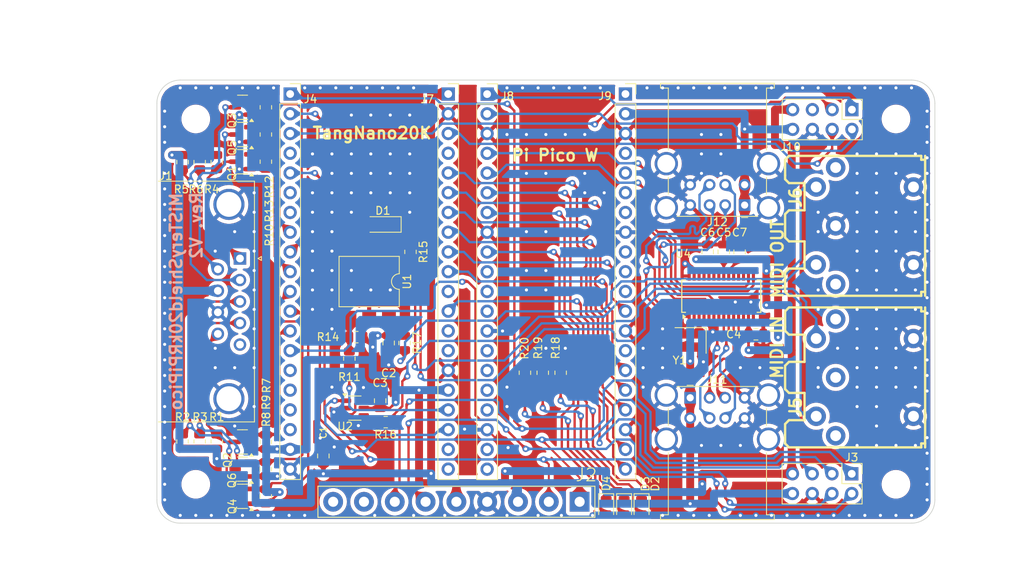
<source format=kicad_pcb>
(kicad_pcb (version 20240108) (generator "pcbnew") (generator_version "8.0")
  (title_block (title "MiSTeryShield20kRPiPico") (date "2025-01-30") (rev "V2") (company "Michał Späte") (comment 3 "(c) 2025 by Stefan Voss") (comment 4 "MiSTery Pi Pico WLAN Shield for Tang Nano 20K"))
  (layers (0 "F.Cu" signal) (31 "B.Cu" signal) (34 "B.Paste" user) (35 "F.Paste" user) (36 "B.SilkS" user "B.Silkscreen") (37 "F.SilkS" user "F.Silkscreen") (38 "B.Mask" user) (39 "F.Mask" user) (44 "Edge.Cuts" user))
  (net 0 "")
  (net 1 "/UP")
  (net 2 "/DOWN")
  (net 3 "/LEFT")
  (net 4 "/RIGHT")
  (net 5 "/BTN1")
  (net 6 "/BTN2")
  (net 8 "Net-(D1-K)")
  (net 9 "GND")
  (net 10 "+5V")
  (net 11 "Net-(D1-A)")
  (net 12 "P73")
  (net 13 "MIDI_RX")
  (net 14 "+3.3V")
  (net 15 "P74")
  (net 16 "/IO_BTN1")
  (net 17 "/IO_DOWN")
  (net 18 "/IO_UP")
  (net 19 "/IO_RIGHT")
  (net 20 "/IO_LEFT")
  (net 21 "/IO_BTN2")
  (net 22 "MIDI_TX")
  (net 23 "P77")
  (net 24 "P31")
  (net 25 "P49")
  (net 26 "/Pi_Pico_USB_Hub/PI_UART_RX")
  (net 34 "Net-(U2-Pad3)")
  (net 38 "Net-(U4-XI)")
  (net 39 "Net-(U4-XO)")
  (net 41 "Net-(D2-K)")
  (net 42 "Net-(D3-K)")
  (net 43 "Net-(D4-K)")
  (net 44 "/Pi_Pico_USB_Hub/UP_D+")
  (net 45 "/Pi_Pico_USB_Hub/MISO")
  (net 46 "/Pi_Pico_USB_Hub/PI_UART_TX")
  (net 47 "/Pi_Pico_USB_Hub/MOSI")
  (net 48 "/Pi_Pico_USB_Hub/UP_D-")
  (net 49 "/Pi_Pico_USB_Hub/IRQ")
  (net 50 "/Pi_Pico_USB_Hub/SCK")
  (net 51 "/Pi_Pico_USB_Hub/CSN")
  (net 52 "/Pi_Pico_USB_Hub/UART_TX")
  (net 53 "/Pi_Pico_USB_Hub/USB1_D+")
  (net 54 "/Pi_Pico_USB_Hub/USB2_D+")
  (net 55 "/Pi_Pico_USB_Hub/USB2_D-")
  (net 56 "/Pi_Pico_USB_Hub/USB1_D-")
  (net 57 "/Pi_Pico_USB_Hub/USB3_D+")
  (net 58 "/Pi_Pico_USB_Hub/USB4_D-")
  (net 59 "/Pi_Pico_USB_Hub/USB3_D-")
  (net 60 "/Pi_Pico_USB_Hub/USB4_D+")
  (net 67 "Net-(J6-Pad4)")
  (net 69 "Net-(J6-Pad5)")
  (net 70 "P75")
  (net 71 "/Pi_Pico_USB_Hub/RECONFGN")
  (net 73 "Net-(R16-Pad1)")
  (net 74 "Net-(R11-Pad1)")
  (net 75 "Net-(J5-Pad5)")
  (net 76 "/Pi_Pico_USB_Hub/3V3")
  (net 77 "Net-(D2-A)")
  (net 78 "Net-(D3-A)")
  (net 79 "Net-(D4-A)")
  (footprint "Resistor_SMD:R_0805_2012Metric" (layer "F.Cu") (at 96.632 74.4325 -90)
    (property "Reference" "R11")
    (property "Value" "220")
  )
  (footprint "Resistor_SMD:R_0805_2012Metric" (layer "F.Cu") (at 123.792 76.25 90)
    (property "Reference" "R18")
    (property "Value" "560")
  )
  (footprint "Resistor_SMD:R_0805_2012Metric" (layer "F.Cu") (at 85.892 92.15 -90)
    (property "Reference" "R8")
    (property "Value" "10k")
  )
  (footprint "MiSTeryShield20kRPiPico:DS2_Port_Connector" (layer "F.Cu") (at 110.392 92.85)
    (property "Reference" "J2")
    (property "Value" "DS2")
  )
  (footprint "Connector_PinSocket_2.54mm:PinSocket_1x20_P2.54mm_Vertical" (layer "F.Cu") (at 132.122 40.39)
    (property "Reference" "J9")
    (property "Value" "Conn_01x20_Pin")
  )
  (footprint "Capacitor_SMD:C_0805_2012Metric" (layer "F.Cu") (at 142.692 60.7 -90)
    (property "Reference" "C6")
    (property "Value" "100nF")
  )
  (footprint "Package_TO_SOT_SMD:SOT-23" (layer "F.Cu") (at 82.892 92.15 180)
    (property "Reference" "Q4")
    (property "Value" "BSS123")
  )
  (footprint "Resistor_SMD:R_0805_2012Metric" (layer "F.Cu") (at 104.492 60.7 90)
    (property "Reference" "R15")
    (property "Value" "220")
  )
  (footprint "Connector_PinHeader_2.54mm:PinHeader_2x04_P2.54mm_Vertical" (layer "F.Cu") (at 161.232 42.4 -90)
    (property "Reference" "J10")
    (property "Value" "Conn_02x04_Pin" (hide yes))
  )
  (footprint "MountingHole:MountingHole_3.2mm_M3" (layer "F.Cu") (at 166.892 90.6)
    (property "Reference" "H3" (hide yes))
    (property "Value" "MountingHole" (hide yes))
  )
  (footprint "Crystal:Crystal_SMD_3225-4Pin_3.2x2.5mm" (layer "F.Cu") (at 140.492 72.1 180)
    (property "Reference" "Y1")
    (property "Value" "Crystal_GND24")
  )
  (footprint "Resistor_SMD:R_0805_2012Metric" (layer "F.Cu") (at 85.9045 45.6 -90)
    (property "Reference" "R13")
    (property "Value" "10k")
  )
  (footprint "Capacitor_SMD:C_0805_2012Metric" (layer "F.Cu") (at 144.7595 60.7 -90)
    (property "Reference" "C5")
    (property "Value" "10uF")
  )
  (footprint "LED_SMD:LED_0805_2012Metric" (layer "F.Cu") (at 131.952 93.5 -90)
    (property "Reference" "D3")
    (property "Value" "green")
  )
  (footprint "Capacitor_SMD:C_0805_2012Metric" (layer "F.Cu") (at 146.792 60.7 -90)
    (property "Reference" "C7")
    (property "Value" "1uF")
  )
  (footprint "Resistor_SMD:R_0805_2012Metric" (layer "F.Cu") (at 97.532 71.67)
    (property "Reference" "R14")
    (property "Value" "10k")
  )
  (footprint "Resistor_SMD:R_0805_2012Metric" (layer "F.Cu") (at 85.892 88.65 -90)
    (property "Reference" "R9")
    (property "Value" "10k")
  )
  (footprint "Capacitor_SMD:C_0805_2012Metric" (layer "F.Cu") (at 101.682 72.42 90)
    (property "Reference" "C2")
    (property "Value" "100nF")
  )
  (footprint "LED_SMD:LED_0805_2012Metric" (layer "F.Cu") (at 134.192 93.5 -90)
    (property "Reference" "D2")
    (property "Value" "green")
  )
  (footprint "Connector_Dsub:DSUB-9_Male_Horizontal_P2.77x2.84mm_EdgePinOffset7.70mm_Housed_MountingHolesOffset9.12mm" (layer "F.Cu") (at 82.572331 61.55 -90)
    (property "Reference" "J1")
    (property "Value" "Joystick")
  )
  (footprint "Capacitor_SMD:C_0805_2012Metric" (layer "F.Cu") (at 93.292 86.95 -90)
    (property "Reference" "C1")
    (property "Value" "100nF")
  )
  (footprint "Connector_PinHeader_2.54mm:PinHeader_2x04_P2.54mm_Vertical" (layer "F.Cu") (at 161.212 89.25 -90)
    (property "Reference" "J3")
    (property "Value" "Conn_02x04_Pin")
  )
  (footprint "Resistor_SMD:R_0805_2012Metric" (layer "F.Cu") (at 85.9045 49.1 -90)
    (property "Reference" "R10")
    (property "Value" "10k")
  )
  (footprint "MountingHole:MountingHole_3.2mm_M3" (layer "F.Cu") (at 166.892 43.6)
    (property "Reference" "H2" (hide yes))
    (property "Value" "MountingHole" (hide yes))
  )
  (footprint "Connector_PinSocket_2.54mm:PinSocket_1x20_P2.54mm_Vertical" (layer "F.Cu") (at 89.022 40.39)
    (property "Reference" "J4")
    (property "Value" "Conn_01x20_Pin")
  )
  (footprint "Resistor_SMD:R_0805_2012Metric" (layer "F.Cu") (at 79.592 85.1 -90)
    (property "Reference" "R1")
    (property "Value" "10k")
  )
  (footprint "Package_DIP:SMDIP-6_W9.53mm" (layer "F.Cu") (at 99.182 64.52 -90)
    (property "Reference" "U1")
    (property "Value" "H11L1S")
  )
  (footprint "Resistor_SMD:R_0805_2012Metric" (layer "F.Cu") (at 85.892 85.15 -90)
    (property "Reference" "R7")
    (property "Value" "10k")
  )
  (footprint "Resistor_SMD:R_0805_2012Metric" (layer "F.Cu") (at 103.732 72.42 90)
    (property "Reference" "R17")
    (property "Value" "47")
  )
  (footprint "Package_TO_SOT_SMD:SOT-23" (layer "F.Cu") (at 82.892 88.65 180)
    (property "Reference" "Q6")
    (property "Value" "BSS123")
  )
  (footprint "MiSTeryShield20kRPiPico:DIN-5_180degree" (layer "F.Cu") (at 162.142 76.85 90)
    (property "Reference" "J5")
    (property "Value" "MIDI IN")
  )
  (footprint "Resistor_SMD:R_0805_2012Metric" (layer "F.Cu") (at 77.392 85.1 -90)
    (property "Reference" "R3")
    (property "Value" "10k")
  )
  (footprint "Package_TO_SOT_SMD:SOT-23" (layer "F.Cu") (at 82.892 85.15 180)
    (property "Reference" "Q2")
    (property "Value" "BSS123")
  )
  (footprint "Resistor_SMD:R_0805_2012Metric" (layer "F.Cu") (at 77.392 49.15 90)
    (property "Reference" "R6")
    (property "Value" "10k")
  )
  (footprint "Connector_PinSocket_2.54mm:PinSocket_1x20_P2.54mm_Vertical" (layer "F.Cu") (at 114.341 40.4)
    (property "Reference" "J8")
    (property "Value" "Conn_01x20_Pin")
  )
  (footprint "Resistor_SMD:R_0805_2012Metric" (layer "F.Cu") (at 119.202 76.25 90)
    (property "Reference" "R20")
    (property "Value" "560")
  )
  (footprint "Diode_SMD:D_SOD-123" (layer "F.Cu") (at 100.932 57.17 180)
    (property "Reference" "D1")
    (property "Value" "1N4148W")
  )
  (footprint "Package_TO_SOT_SMD:SOT-23" (layer "F.Cu") (at 82.9045 45.6 180)
    (property "Reference" "Q5")
    (property "Value" "BSS123")
  )
  (footprint "LED_SMD:LED_0805_2012Metric" (layer "F.Cu") (at 129.642 93.5 -90)
    (property "Reference" "D4")
    (property "Value" "green")
  )
  (footprint "Resistor_SMD:R_0805_2012Metric" (layer "F.Cu") (at 101.3045 82.6)
    (property "Reference" "R16")
    (property "Value" "47")
  )
  (footprint "Package_TO_SOT_SMD:SOT-23" (layer "F.Cu") (at 82.9045 49.1 180)
    (property "Reference" "Q1")
    (property "Value" "BSS123")
  )
  (footprint "Capacitor_SMD:C_0805_2012Metric" (layer "F.Cu") (at 148.892 71.3 180)
    (property "Reference" "C4")
    (property "Value" "1uF")
  )
  (footprint "Connector_PinSocket_2.54mm:PinSocket_1x20_P2.54mm_Vertical" (layer "F.Cu") (at 109.342 40.39)
    (property "Reference" "J7")
    (property "Value" "Conn_01x20_Pin")
  )
  (footprint "MiSTeryShield20kRPiPico:DIN-5_180degree" (layer "F.Cu") (at 162.142 57.35 90)
    (property "Reference" "J6")
    (property "Value" "MIDI OUT")
  )
  (footprint "MiSTeryShield20kRPiPico:USB_A_Wuerth_61400826021_Horizontal_Stacked" (layer "F.Cu") (at 147.442 54.68 180)
    (property "Reference" "J12")
    (property "Value" "USB_A_Stacked" (hide yes))
  )
  (footprint "Capacitor_SMD:C_0805_2012Metric" (layer "F.Cu") (at 100.592 79.85 -90)
    (property "Reference" "C3")
    (property "Value" "100nF")
  )
  (footprint "Package_TO_SOT_SMD:SOT-23" (layer "F.Cu") (at 82.9045 42.1 180)
    (property "Reference" "Q3")
    (property "Value" "BSS123")
  )
  (footprint "MountingHole:MountingHole_3.2mm_M3" (layer "F.Cu") (at 76.892 43.6)
    (property "Reference" "H1" (hide yes))
    (property "Value" "MountingHole" (hide yes))
  )
  (footprint "Resistor_SMD:R_0805_2012Metric" (layer "F.Cu") (at 75.192 49.15 90)
    (property "Reference" "R5")
    (property "Value" "10k")
  )
  (footprint "Resistor_SMD:R_0805_2012Metric" (layer "F.Cu") (at 75.192 85.1 -90)
    (property "Reference" "R2")
    (property "Value" "10k")
  )
  (footprint "Resistor_SMD:R_0805_2012Metric" (layer "F.Cu") (at 85.9045 42.1 -90)
    (property "Reference" "R12")
    (property "Value" "10k")
  )
  (footprint "Resistor_SMD:R_0805_2012Metric" (layer "F.Cu") (at 79.592 49.15 90)
    (property "Reference" "R4")
    (property "Value" "10k")
  )
  (footprint "MountingHole:MountingHole_3.2mm_M3" (layer "F.Cu") (at 76.892 90.6)
    (property "Reference" "H4" (hide yes))
    (property "Value" "MountingHole" (hide yes))
  )
  (footprint "Resistor_SMD:R_0805_2012Metric" (layer "F.Cu") (at 121.492 76.25 90)
    (property "Reference" "R19")
    (property "Value" "560")
  )
  (footprint "MiSTeryShield20kRPiPico:USB_A_Wuerth_61400826021_Horizontal_Stacked" (layer "F.Cu") (at 140.442 79.47)
    (property "Reference" "J11")
    (property "Value" "USB_A_Stacked" (hide yes))
  )
  (footprint "Package_SO:SSOP-28_3.9x9.9mm_P0.635mm" (layer "F.Cu") (at 144.442 66.4 90)
    (property "Reference" "U4")
    (property "Value" "CH334U")
  )
  (footprint "Package_TO_SOT_SMD:SOT-23-6" (layer "F.Cu") (at 97.342 80.8)
    (property "Reference" "U2")
    (property "Value" "74LVC2G14")
  )
  (gr_arc (start 168.892 38.6) (mid 171.01332 39.47868) (end 171.892 41.6) (stroke (width 0.1)) (layer "Edge.Cuts"))
  (gr_line (start 168.892 38.6) (end 74.892 38.6) (stroke (width 0.1)) (layer "Edge.Cuts"))
  (gr_line (start 171.892 92.6) (end 171.892 41.6) (stroke (width 0.1)) (layer "Edge.Cuts"))
  (gr_line (start 74.892 95.6) (end 168.892 95.6) (stroke (width 0.1)) (layer "Edge.Cuts"))
  (gr_arc (start 74.892 95.6) (mid 72.77068 94.72132) (end 71.892 92.6) (stroke (width 0.1)) (layer "Edge.Cuts"))
  (gr_line (start 71.892 41.6) (end 71.892 92.6) (stroke (width 0.1)) (layer "Edge.Cuts"))
  (gr_arc (start 71.892 41.6) (mid 72.77068 39.47868) (end 74.892 38.6) (stroke (width 0.1)) (layer "Edge.Cuts"))
  (gr_arc (start 171.892 92.6) (mid 171.01332 94.72132) (end 168.892 95.6) (stroke (width 0.1)) (layer "Edge.Cuts"))
  (gr_text "MiSTeryShield20kRPiPico\n" (at 75.242 67.1 90) (layer "B.SilkS") (effects (font (size 1.5 1.5) (thickness 0.3) (bold yes)) (justify bottom mirror)))
  (gr_text "Rev. V2" (at 77.832 57.3 90) (layer "B.SilkS") (effects (font (size 1.5 1.5) (thickness 0.3) (bold yes)) (justify bottom mirror)))
  (gr_text "TangNano20K" (at 91.742 46.3 0) (layer "F.SilkS") (effects (font (size 1.5 1.5) (thickness 0.3) (bold yes)) (justify left bottom)))
  (gr_text "Pi Pico W" (at 117.342 49.15 0) (layer "F.SilkS") (effects (font (size 1.5 1.5) (thickness 0.3) (bold yes)) (justify left bottom)))
  (segment (start 81.967 49.1) (end 80.5545 49.1) (width 0.3) (layer "F.Cu") (net 1))
  (segment (start 78.442 57.419669) (end 78.442 51.2125) (width 0.3) (layer "F.Cu") (net 1))
  (segment (start 80.5545 49.1) (end 79.592 50.0625) (width 0.3) (layer "F.Cu") (net 1))
  (segment (start 78.442 51.2125) (end 79.592 50.0625) (width 0.3) (layer "F.Cu") (net 1))
  (segment (start 82.572331 61.55) (end 78.442 57.419669) (width 0.3) (layer "F.Cu") (net 1))
  (segment (start 75.192 50.55) (end 75.192 50.0625) (width 0.3) (layer "F.Cu") (net 2))
  (segment (start 81.967 42.1) (end 80.692 42.1) (width 0.3) (layer "F.Cu") (net 2))
  (segment (start 76.242 51.6) (end 75.192 50.55) (width 0.3) (layer "F.Cu") (net 2))
  (via (at 76.242 51.6) (size 0.8) (drill 0.4) (layers "F.Cu" "B.Cu") (net 2))
  (via (at 80.692 42.1) (size 0.8) (drill 0.4) (layers "F.Cu" "B.Cu") (net 2))
  (segment (start 79.892 49.2) (end 79.892 45.289339) (width 0.3) (layer "B.Cu") (net 2))
  (segment (start 76.988446 49.95) (end 79.142 49.95) (width 0.3) (layer "B.Cu") (net 2))
  (segment (start 76.242 50.696446) (end 76.988446 49.95) (width 0.3) (layer "B.Cu") (net 2))
  (segment (start 78.312 64.32) (end 82.572331 64.32) (width 0.3) (layer "B.Cu") (net 2))
  (segment (start 80.331339 44.85) (end 80.342 44.85) (width 0.3) (layer "B.Cu") (net 2))
  (segment (start 80.342 44.85) (end 80.692 44.5) (width 0.3) (layer "B.Cu") (net 2))
  (segment (start 76.242 51.6) (end 76.242 50.696446) (width 0.3) (layer "B.Cu") (net 2))
  (segment (start 79.892 45.289339) (end 80.331339 44.85) (width 0.3) (layer "B.Cu") (net 2))
  (segment (start 79.142 49.95) (end 79.892 49.2) (width 0.3) (layer "B.Cu") (net 2))
  (segment (start 80.692 44.5) (end 80.692 42.1) (width 0.3) (layer "B.Cu") (net 2))
  (segment (start 76.242 51.6) (end 76.242 62.25) (width 0.3) (layer "B.Cu") (net 2))
  (segment (start 76.242 62.25) (end 78.312 64.32) (width 0.3) (layer "B.Cu") (net 2))
  (segment (start 80.867 87.925) (end 80.867 91.0625) (width 0.3) (layer "F.Cu") (net 3))
  (segment (start 76.142 83.05) (end 76.142 69.4) (width 0.3) (layer "F.Cu") (net 3))
  (segment (start 76.142 83.05) (end 75.192 84) (width 0.3) (layer "F.Cu") (net 3))
  (segment (start 80.867 91.0625) (end 81.9545 92.15) (width 0.3) (layer "F.Cu") (net 3))
  (segment (start 81.192 87.6) (end 80.867 87.925) (width 0.3) (layer "F.Cu") (net 3))
  (segment (start 78.452 67.09) (end 82.572331 67.09) (width 0.3) (layer "F.Cu") (net 3))
  (segment (start 81.192 86.3) (end 81.192 87.6) (width 0.3) (layer "F.Cu") (net 3))
  (segment (start 76.142 69.4) (end 78.452 67.09) (width 0.3) (layer "F.Cu") (net 3))
  (via (at 76.142 83.05) (size 0.8) (drill 0.4) (layers "F.Cu" "B.Cu") (net 3))
  (via (at 81.192 86.3) (size 0.8) (drill 0.4) (layers "F.Cu" "B.Cu") (net 3))
  (segment (start 77.392 84.3) (end 76.142 83.05) (width 0.3) (layer "B.Cu") (net 3))
  (segment (start 81.192 86.3) (end 81.192 85.5) (width 0.3) (layer "B.Cu") (net 3))
  (segment (start 79.992 84.3) (end 77.392 84.3) (width 0.3) (layer "B.Cu") (net 3))
  (segment (start 81.192 85.5) (end 79.992 84.3) (width 0.3) (layer "B.Cu") (net 3))
  (segment (start 82.192003 87.649997) (end 81.9545 87.8875) (width 0.3) (layer "F.Cu") (net 4))
  (segment (start 78.732 69.86) (end 77.392 71.2) (width 0.3) (layer "F.Cu") (net 4))
  (segment (start 77.392 71.2) (end 77.392 83.05) (width 0.3) (layer "F.Cu") (net 4))
  (segment (start 81.9545 87.8875) (end 81.9545 88.65) (width 0.3) (layer "F.Cu") (net 4))
  (segment (start 77.392 83.05) (end 77.392 84.1875) (width 0.3) (layer "F.Cu") (net 4))
  (segment (start 82.572331 69.86) (end 78.732 69.86) (width 0.3) (layer "F.Cu") (net 4))
  (segment (start 82.192003 86.3) (end 82.192003 87.649997) (width 0.3) (layer "F.Cu") (net 4))
  (via (at 82.192003 86.3) (size 0.8) (drill 0.4) (layers "F.Cu" "B.Cu") (net 4))
  (via (at 77.392 83.05) (size 0.8) (drill 0.4) (layers "F.Cu" "B.Cu") (net 4))
  (segment (start 80.192 83.7) (end 82.192003 85.700003) (width 0.3) (layer "B.Cu") (net 4))
  (segment (start 78.042 83.7) (end 80.192 83.7) (width 0.3) (layer "B.Cu") (net 4))
  (segment (start 82.192003 85.700003) (end 82.192003 86.3) (width 0.3) (layer "B.Cu") (net 4))
  (segment (start 77.392 83.05) (end 78.042 83.7) (width 0.3) (layer "B.Cu") (net 4))
  (segment (start 81.967 45.6) (end 80.642 45.6) (width 0.3) (layer "F.Cu") (net 5))
  (segment (start 77.392 51.6) (end 77.392 50.0625) (width 0.3) (layer "F.Cu") (net 5))
  (via (at 77.392 51.6) (size 0.8) (drill 0.4) (layers "F.Cu" "B.Cu") (net 5))
  (via (at 80.642 45.6) (size 0.8) (drill 0.4) (layers "F.Cu" "B.Cu") (net 5))
  (segment (start 79.732331 62.935) (end 77.392 60.594669) (width 0.3) (layer "B.Cu") (net 5))
  (segment (start 80.642 45.6) (end 80.642 49.45) (width 0.3) (layer "B.Cu") (net 5))
  (segment (start 77.392 50.95) (end 77.392 51.6) (width 0.3) (layer "B.Cu") (net 5))
  (segment (start 80.642 49.45) (end 79.542 50.55) (width 0.3) (layer "B.Cu") (net 5))
  (segment (start 77.792 50.55) (end 77.392 50.95) (width 0.3) (layer "B.Cu") (net 5))
  (segment (start 77.392 60.594669) (end 77.392 51.6) (width 0.3) (layer "B.Cu") (net 5))
  (segment (start 79.542 50.55) (end 77.792 50.55) (width 0.3) (layer "B.Cu") (net 5))
  (segment (start 79.732331 71.245) (end 78.342 72.635331) (width 0.3) (layer "F.Cu") (net 6))
  (segment (start 81.9545 85.15) (end 80.5545 85.15) (width 0.3) (layer "F.Cu") (net 6))
  (segment (start 78.342 82.9375) (end 79.592 84.1875) (width 0.3) (layer "F.Cu") (net 6))
  (segment (start 80.5545 85.15) (end 79.592 84.1875) (width 0.3) (layer "F.Cu") (net 6))
  (segment (start 78.342 72.635331) (end 78.342 82.9375) (width 0.3) (layer "F.Cu") (net 6))
  (segment (start 101.722 59.755) (end 101.722 58.03) (width 0.3) (layer "F.Cu") (net 8))
  (segment (start 104.492 59.7875) (end 101.7545 59.7875) (width 0.3) (layer "F.Cu") (net 8))
  (segment (start 101.722 58.03) (end 102.582 57.17) (width 0.3) (layer "F.Cu") (net 8))
  (segment (start 111.522 83.58) (end 111.442 83.5) (width 0.25) (layer "F.Cu") (net 9))
  (segment (start 99.182 65.81) (end 99.392 65.6) (width 0.508) (layer "F.Cu") (net 9))
  (segment (start 117.032 85.88) (end 116.641 85.88) (width 0.25) (layer "F.Cu") (net 9))
  (segment (start 99.182 69.285) (end 99.182 65.81) (width 0.508) (layer "F.Cu") (net 9))
  (segment (start 140.3145 69.7275) (end 139.392 70.65) (width 0.3) (layer "F.Cu") (net 9))
  (segment (start 147.2995 68.2075) (end 146.242 67.15) (width 0.3) (layer "F.Cu") (net 9))
  (segment (start 96.2045 80.8) (end 95.142 80.8) (width 0.3) (layer "F.Cu") (net 9))
  (segment (start 94.492 86) (end 94.692 85.8) (width 0.3) (layer "F.Cu") (net 9))
  (segment (start 139.392 70.65) (end 139.392 71.25) (width 0.3) (layer "F.Cu") (net 9))
  (segment (start 93.292 86) (end 94.492 86) (width 0.3) (layer "F.Cu") (net 9))
  (segment (start 93.292 85.05) (end 92.892 84.65) (width 0.3) (layer "F.Cu") (net 9))
  (segment (start 116.641 85.88) (end 114.341 83.58) (width 0.25) (layer "F.Cu") (net 9))
  (segment (start 114.341 83.58) (end 111.522 83.58) (width 0.25) (layer "F.Cu") (net 9))
  (segment (start 140.3145 69) (end 140.3145 69.7275) (width 0.3) (layer "F.Cu") (net 9))
  (segment (start 147.2995 69) (end 147.2995 68.2075) (width 0.3) (layer "F.Cu") (net 9))
  (segment (start 93.292 86) (end 93.292 85.05) (width 0.3) (layer "F.Cu") (net 9))
  (segment (start 95.142 80.8) (end 94.642 81.3) (width 0.3) (layer "F.Cu") (net 9))
  (segment (start 101.682 75.24) (end 101.692 75.25) (width 0.3) (layer "F.Cu") (net 9))
  (segment (start 101.682 73.37) (end 101.682 75.24) (width 0.3) (layer "F.Cu") (net 9))
  (segment (start 140.3145 62.7225) (end 139.792 62.2) (width 0.3) (layer "F.Cu") (net 9))
  (segment (start 140.3145 63.8) (end 140.3145 62.7225) (width 0.3) (layer "F.Cu") (net 9))
  (via (at 170.892 88.6) (size 0.8) (drill 0.4) (layers "F.Cu" "B.Cu") (net 9))
  (via (at 74.892 94.6) (size 0.8) (drill 0.4) (layers "F.Cu" "B.Cu") (net 9))
  (via (at 161.892 50.6) (size 0.8) (drill 0.4) (layers "F.Cu" "B.Cu") (net 9))
  (via (at 164.392 75.6) (size 0.8) (drill 0.4) (layers "F.Cu" "B.Cu") (net 9))
  (via (at 166.892 55.6) (size 0.8) (drill 0.4) (layers "F.Cu" "B.Cu") (net 9))
  (via (at 91.892 55.6) (size 0.8) (drill 0.4) (layers "F.Cu" "B.Cu") (net 9))
  (via (at 166.892 58.1) (size 0.8) (drill 0.4) (layers "F.Cu" "B.Cu") (net 9))
  (via (at 164.392 60.6) (size 0.8) (drill 0.4) (layers "F.Cu" "B.Cu") (net 9))
  (via (at 82.892 39.6) (size 0.8) (drill 0.4) (layers "F.Cu" "B.Cu") (net 9))
  (via (at 84.892 39.6) (size 0.8) (drill 0.4) (layers "F.Cu" "B.Cu") (net 9))
  (via (at 72.892 92.6) (size 0.8) (drill 0.4) (layers "F.Cu" "B.Cu") (net 9))
  (via (at 72.892 82.6) (size 0.8) (drill 0.4) (layers "F.Cu" "B.Cu") (net 9))
  (via (at 166.892 78.1) (size 0.8) (drill 0.4) (layers "F.Cu" "B.Cu") (net 9))
  (via (at 72.892 84.6) (size 0.8) (drill 0.4) (layers "F.Cu" "B.Cu") (net 9))
  (via (at 99.392 43.1) (size 0.8) (drill 0.4) (layers "F.Cu" "B.Cu") (net 9))
  (via (at 156.892 65.6) (size 0.8) (drill 0.4) (layers "F.Cu" "B.Cu") (net 9))
  (via (at 99.392 50.6) (size 0.8) (drill 0.4) (layers "F.Cu" "B.Cu") (net 9))
  (via (at 164.392 53.1) (size 0.8) (drill 0.4) (layers "F.Cu" "B.Cu") (net 9))
  (via (at 136.892 75.6) (size 0.8) (drill 0.4) (layers "F.Cu" "B.Cu") (net 9))
  (via (at 161.892 63.1) (size 0.8) (drill 0.4) (layers "F.Cu" "B.Cu") (net 9))
  (via (at 141.892 45.6) (size 0.8) (drill 0.4) (layers "F.Cu" "B.Cu") (net 9))
  (via (at 144.392 50.6) (size 0.8) (drill 0.4) (layers "F.Cu" "B.Cu") (net 9))
  (via (at 72.892 50.6) (size 0.8) (drill 0.4) (layers "F.Cu" "B.Cu") (net 9))
  (via (at 134.892 39.6) (size 0.8) (drill 0.4) (layers "F.Cu" "B.Cu") (net 9))
  (via (at 168.892 94.6) (size 0.8) (drill 0.4) (layers "F.Cu" "B.Cu") (net 9))
  (via (at 160.892 39.6) (size 0.8) (drill 0.4) (layers "F.Cu" "B.Cu") (net 9))
  (via (at 72.892 52.6) (size 0.8) (drill 0.4) (layers "F.Cu" "B.Cu") (net 9))
  (via (at 161.892 58.1) (size 0.8) (drill 0.4) (layers "F.Cu" "B.Cu") (net 9))
  (via (at 170.892 68.6) (size 0.8) (drill 0.4) (layers "F.Cu" "B.Cu") (net 9))
  (via (at 91.892 60.6) (size 0.8) (drill 0.4) (layers "F.Cu" "B.Cu") (net 9))
  (via (at 72.892 70.6) (size 0.8) (drill 0.4) (layers "F.Cu" "B.Cu") (net 9))
  (via (at 168.892 39.6) (size 0.8) (drill 0.4) (layers "F.Cu" "B.Cu") (net 9))
  (via (at 116.892 45.6) (size 0.8) (drill 0.4) (layers "F.Cu" "B.Cu") (net 9))
  (via (at 148.892 39.6) (size 0.8) (drill 0.4) (layers "F.Cu" "B.Cu") (net 9))
  (via (at 94.392 53.1) (size 0.8) (drill 0.4) (layers "F.Cu" "B.Cu") (net 9))
  (via (at 104.392 48.1) (size 0.8) (drill 0.4) (layers "F.Cu" "B.Cu") (net 9))
  (via (at 84.392 58.1) (size 0.8) (drill 0.4) (layers "F.Cu" "B.Cu") (net 9))
  (via (at 72.892 54.6) (size 0.8) (drill 0.4) (layers "F.Cu" "B.Cu") (net 9))
  (via (at 91.892 53.1) (size 0.8) (drill 0.4) (layers "F.Cu" "B.Cu") (net 9))
  (via (at 72.892 60.6) (size 0.8) (drill 0.4) (layers "F.Cu" "B.Cu") (net 9))
  (via (at 119.392 58.1) (size 0.8) (drill 0.4) (layers "F.Cu" "B.Cu") (net 9))
  (via (at 169.392 58.1) (size 0.8) (drill 0.4) (layers "F.Cu" "B.Cu") (net 9))
  (via (at 166.892 48.1) (size 0.8) (drill 0.4) (layers "F.Cu" "B.Cu") (net 9))
  (via (at 76.892 39.6) (size 0.8) (drill 0.4) (layers "F.Cu" "B.Cu") (net 9))
  (via (at 144.892 39.6) (size 0.8) (drill 0.4) (layers "F.Cu" "B.Cu") (net 9))
  (via (at 161.892 55.6) (size 0.8) (drill 0.4) (layers "F.Cu" "B.Cu") (net 9))
  (via (at 164.392 68.1) (size 0.8) (drill 0.4) (layers "F.Cu" "B.Cu") (net 9))
  (via (at 144.392 48.1) (size 0.8) (drill 0.4) (layers "F.Cu" "B.Cu") (net 9))
  (via (at 94.392 48.1) (size 0.8) (drill 0.4) (layers "F.Cu" "B.Cu") (net 9))
  (via (at 112.892 94.6) (size 0.8) (drill 0.4) (layers "F.Cu" "B.Cu") (net 9))
  (via (at 72.892 64.6) (size 0.8) (drill 0.4) (layers "F.Cu" "B.Cu") (net 9))
  (via (at 121.892 58.1) (size 0.8) (drill 0.4) (layers "F.Cu" "B.Cu") (net 9))
  (via (at 80.892 94.6) (size 0.8) (drill 0.4) (layers "F.Cu" "B.Cu") (net 9))
  (via (at 104.892 39.6) (size 0.8) (drill 0.4) (layers "F.Cu" "B.Cu") (net 9))
  (via (at 156.892 68.1) (size 0.8) (drill 0.4) (layers "F.Cu" "B.Cu") (net 9))
  (via (at 139.792 62.2) (size 0.8) (drill 0.4) (layers "F.Cu" "B.Cu") (net 9))
  (via (at 121.892 50.6) (size 0.8) (drill 0.4) (layers "F.Cu" "B.Cu") (net 9))
  (via (at 96.892 55.6) (size 0.8) (drill 0.4) (layers "F.Cu" "B.Cu") (net 9))
  (via (at 101.892 53.1) (size 0.8) (drill 0.4) (layers "F.Cu" "B.Cu") (net 9))
  (via (at 166.892 50.6) (size 0.8) (drill 0.4) (layers "F.Cu" "B.Cu") (net 9))
  (via (at 140.892 39.6) (size 0.8) (drill 0.4) (layers "F.Cu" "B.Cu") (net 9))
  (via (at 164.392 65.6) (size 0.8) (drill 0.4) (layers "F.Cu" "B.Cu") (net 9))
  (via (at 156.892 78.1) (size 0.8) (drill 0.4) (layers "F.Cu" "B.Cu") (net 9))
  (via (at 78.892 39.6) (size 0.8) (drill 0.4) (layers "F.Cu" "B.Cu") (net 9))
  (via (at 92.892 84.65) (size 0.8) (drill 0.4) (layers "F.Cu" "B.Cu") (net 9))
  (via (at 116.892 80.6) (size 0.8) (drill 0.4) (layers "F.Cu" "B.Cu") (net 9))
  (via (at 104.392 53.1) (size 0.8) (drill 0.4) (layers "F.Cu" "B.Cu") (net 9))
  (via (at 119.392 63.1) (size 0.8) (drill 0.4) (layers "F.Cu" "B.Cu") (net 9))
  (via (at 156.892 39.6) (size 0.8) (drill 0.4) (layers "F.Cu" "B.Cu") (net 9))
  (via (at 164.392 80.6) (size 0.8) (drill 0.4) (layers "F.Cu" "B.Cu") (net 9))
  (via (at 164.392 50.6) (size 0.8) (drill 0.4) (layers "F.Cu" "B.Cu") (net 9))
  (via (at 99.892 94.6) (size 0.8) (drill 0.4) (layers "F.Cu" "B.Cu") (net 9))
  (via (at 90.892 39.6) (size 0.8) (drill 0.4) (layers "F.Cu" "B.Cu") (net 9))
  (via (at 72.892 42.6) (size 0.8) (drill 0.4) (layers "F.Cu" "B.Cu") (net 9))
  (via (at 164.392 55.6) (size 0.8) (drill 0.4) (layers "F.Cu" "B.Cu") (net 9))
  (via (at 164.892 39.6) (size 0.8) (drill 0.4) (layers "F.Cu" "B.Cu") (net 9))
  (via (at 94.642 81.3) (size 0.8) (drill 0.4) (layers "F.Cu" "B.Cu") (net 9))
  (via (at 161.892 65.6) (size 0.8) (drill 0.4) (layers "F.Cu" "B.Cu") (net 9))
  (via (at 129.392 53.1) (size 0.8) (drill 0.4) (layers "F.Cu" "B.Cu") (net 9))
  (via (at 164.392 83.1) (size 0.8) (drill 0.4) (layers "F.Cu" "B.Cu") (net 9))
  (via (at 158.892 39.6) (size 0.8) (drill 0.4) (layers "F.Cu" "B.Cu") (net 9))
  (via (at 96.892 65.6) (size 0.8) (drill 0.4) (layers "F.Cu" "B.Cu") (net 9))
  (via (at 84.392 63.1) (size 0.8) (drill 0.4) (layers "F.Cu" "B.Cu") (net 9))
  (via (at 162.892 39.6) (size 0.8) (drill 0.4) (layers "F.Cu" "B.Cu") (net 9))
  (via (at 160.892 94.6) (size 0.8) (drill 0.4) (layers "F.Cu" "B.Cu") (net 9))
  (via (at 86.892 39.6) (size 0.8) (drill 0.4) (layers "F.Cu" "B.Cu") (net 9))
  (via (at 142.142 74.85) (size 0.8) (drill 0.4) (layers "F.Cu" "B.Cu") (net 9))
  (via (at 72.892 88.6) (size 0.8) (drill 0.4) (layers "F.Cu" "B.Cu") (net 9))
  (via (at 164.392 78.1) (size 0.8) (drill 0.4) (layers "F.Cu" "B.Cu") (net 9))
  (via (at 124.392 73.1) (size 0.8) (drill 0.4) (layers "F.Cu" "B.Cu") (net 9))
  (via (at 134.392 78.1) (size 0.8) (drill 0.4) (layers "F.Cu" "B.Cu") (net 9))
  (via (at 96.892 43.1) (size 0.8) (drill 0.4) (layers "F.Cu" "B.Cu") (net 9))
  (via (at 170.892 44.6) (size 0.8) (drill 0.4) (layers "F.Cu" "B.Cu") (net 9))
  (via (at 142.892 39.6) (size 0.8) (drill 0.4) (layers "F.Cu" "B.Cu") (net 9))
  (via (at 150.892 39.6) (size 0.8) (drill 0.4) (layers "F.Cu" "B.Cu") (net 9))
  (via (at 166.892 68.1) (size 0.8) (drill 0.4) (layers "F.Cu" "B.Cu") (net 9))
  (via (at 126.892 45.6) (size 0.8) (drill 0.4) (layers "F.Cu" "B.Cu") (net 9))
  (via (at 169.392 75.6) (size 0.8) (drill 0.4) (layers "F.Cu" "B.Cu") (net 9))
  (via (at 164.392 85.6) (size 0.8) (drill 0.4) (layers "F.Cu" "B.Cu") (net 9))
  (via (at 74.892 39.6) (size 0.8) (drill 0.4) (layers "F.Cu" "B.Cu") (net 9))
  (via (at 146.892 94.6) (size 0.8) (drill 0.4) (layers "F.Cu" "B.Cu") (net 9))
  (via (at 169.392 65.6) (size 0.8) (drill 0.4) (layers "F.Cu" "B.Cu") (net 9))
  (via (at 124.892 39.6) (size 0.8) (drill 0.4) (layers "F.Cu" "B.Cu") (net 9))
  (via (at 79.392 73.1) (size 0.8) (drill 0.4) (layers "F.Cu" "B.Cu") (net 9))
  (via (at 170.892 48.6) (size 0.8) (drill 0.4) (layers "F.Cu" "B.Cu") (net 9))
  (via (at 170.892 58.6) (size 0.8) (drill 0.4) (layers "F.Cu" "B.Cu") (net 9))
  (via (at 161.892 78.1) (size 0.8) (drill 0.4) (layers "F.Cu" "B.Cu") (net 9))
  (via (at 100.892 39.6) (size 0.8) (drill 0.4) (layers "F.Cu" "B.Cu") (net 9))
  (via (at 161.892 75.6) (size 0.8) (drill 0.4) (layers "F.Cu" "B.Cu") (net 9))
  (via (at 146.242 67.15) (size 0.8) (drill 0.4) (layers "F.Cu" "B.Cu") (net 9))
  (via (at 148.892 94.6) (size 0.8) (drill 0.4) (layers "F.Cu" "B.Cu") (net 9))
  (via (at 161.892 70.6) (size 0.8) (drill 0.4) (layers "F.Cu" "B.Cu") (net 9))
  (via (at 72.892 72.6) (size 0.8) (drill 0.4) (layers "F.Cu" "B.Cu") (net 9))
  (via (at 170.892 92.6) (size 0.8) (drill 0.4) (layers "F.Cu" "B.Cu") (net 9))
  (via (at 79.392 75.6) (size 0.8) (drill 0.4) (layers "F.Cu" "B.Cu") (net 9))
  (via (at 136.892 39.6) (size 0.8) (drill 0.4) (layers "F.Cu" "B.Cu") (net 9))
  (via (at 126.892 53.1) (size 0.8) (drill 0.4) (layers "F.Cu" "B.Cu") (net 9))
  (via (at 126.892 50.6) (size 0.8) (drill 0.4) (layers "F.Cu" "B.Cu") (net 9))
  (via (at 78.892 94.6) (size 0.8) (drill 0.4) (layers "F.Cu" "B.Cu") (net 9))
  (via (at 120.892 94.6) (size 0.8) (drill 0.4) (layers "F.Cu" "B.Cu") (net 9))
  (via (at 96.892 48.1) (size 0.8) (drill 0.4) (layers "F.Cu" "B.Cu") (net 9))
  (via (at 96.892 53.1) (size 0.8) (drill 0.4) (layers "F.Cu" "B.Cu") (net 9))
  (via (at 154.892 94.6) (size 0.8) (drill 0.4) (layers "F.Cu" "B.Cu") (net 9))
  (via (at 97.792 83.05) (size 0.8) (drill 0.4) (layers "F.Cu" "B.Cu") (net 9))
  (via (at 166.892 60.6) (size 0.8) (drill 0.4) (layers "F.Cu" "B.Cu") (net 9))
  (via (at 84.392 65.6) (size 0.8) (drill 0.4) (layers "F.Cu" "B.Cu") (net 9))
  (via (at 169.392 68.1) (size 0.8) (drill 0.4) (layers "F.Cu" "B.Cu") (net 9))
  (via (at 170.892 84.6) (size 0.8) (drill 0.4) (layers "F.Cu" "B.Cu") (net 9))
  (via (at 149.392 75.6) (size 0.8) (drill 0.4) (layers "F.Cu" "B.Cu") (net 9))
  (via (at 94.892 39.6) (size 0.8) (drill 0.4) (layers "F.Cu" "B.Cu") (net 9))
  (via (at 72.892 58.6) (size 0.8) (drill 0.4) (layers "F.Cu" "B.Cu") (net 9))
  (via (at 166.892 94.6) (size 0.8) (drill 0.4) (layers "F.Cu" "B.Cu") (net 9))
  (via (at 98.442 78.15) (size 0.8) (drill 0.4) (layers "F.Cu" "B.Cu") (net 9))
  (via (at 169.392 78.1) (size 0.8) (drill 0.4) (layers "F.Cu" "B.Cu") (net 9))
  (via (at 101.892 48.1) (size 0.8) (drill 0.4) (layers "F.Cu" "B.Cu") (net 9))
  (via (at 142.892 94.6) (size 0.8) (drill 0.4) (layers "F.Cu" "B.Cu") (net 9))
  (via (at 170.892 86.6) (size 0.8) (drill 0.4) (layers "F.Cu" "B.Cu") (net 9))
  (via (at 72.892 62.6) (size 0.8) (drill 0.4) (layers "F.Cu" "B.Cu") (net 9))
  (via (at 156.892 55.6) (size 0.8) (drill 0.4) (layers "F.Cu" "B.Cu") (net 9))
  (via (at 121.892 65.6) (size 0.8) (drill 0.4) (layers "F.Cu" "B.Cu") (net 9))
  (via (at 134.392 75.6) (size 0.8) (drill 0.4) (layers "F.Cu" "B.Cu") (net 9))
  (via (at 170.892 54.6) (size 0.8) (drill 0.4) (layers "F.Cu" "B.Cu") (net 9))
  (via (at 96.892 50.6) (size 0.8) (drill 0.4) (layers "F.Cu" "B.Cu") (net 9))
  (via (at 138.892 39.6) (size 0.8) (drill 0.4) (layers "F.Cu" "B.Cu") (net 9))
  (via (at 154.892 39.6) (size 0.8) (drill 0.4) (layers "F.Cu" "B.Cu") (net 9))
  (via (at 72.892 68.6) (size 0.8) (drill 0.4) (layers "F.Cu" "B.Cu") (net 9))
  (via (at 121.892 63.1) (size 0.8) (drill 0.4) (layers "F.Cu" "B.Cu") (net 9))
  (via (at 90.892 94.6) (size 0.8) (drill 0.4) (layers "F.Cu" "B.Cu") (net 9))
  (via (at 94.392 63.1) (size 0.8) (drill 0.4) (layers "F.Cu" "B.Cu") (net 9))
  (via (at 166.892 39.6) (size 0.8) (drill 0.4) (layers "F.Cu" "B.Cu") (net 9))
  (via (at 170.892 90.6) (size 0.8) (drill 0.4) (layers "F.Cu" "B.Cu") (net 9))
  (via (at 91.892 68.1) (size 0.8) (drill 0.4) (layers "F.Cu" "B.Cu") (net 9))
  (via (at 84.392 80.6) (size 0.8) (drill 0.4) (layers "F.Cu" "B.Cu") (net 9))
  (via (at 84.392 53.1) (size 0.8) (drill 0.4) (layers "F.Cu" "B.Cu") (net 9))
  (via (at 144.392 85.6) (size 0.8) (drill 0.4) (layers "F.Cu" "B.Cu") (net 9))
  (via (at 96.892 63.1) (size 0.8) (drill 0.4) (layers "F.Cu" "B.Cu") (net 9))
  (via (at 166.892 70.6) (size 0.8) (drill 0.4) (layers "F.Cu" "B.Cu") (net 9))
  (via (at 94.392 50.6) (size 0.8) (drill 0.4) (layers "F.Cu" "B.Cu") (net 9))
  (via (at 81.892 83.1) (size 0.8) (drill 0.4) (layers "F.Cu" "B.Cu") (net 9))
  (via (at 72.892 74.6) (size 0.8) (drill 0.4) (layers "F.Cu" "B.Cu") (net 9))
  (via (at 91.892 58.1) (size 0.8) (drill 0.4) (layers "F.Cu" "B.Cu") (net 9))
  (via (at 124.392 45.6) (size 0.8) (drill 0.4) (layers "F.Cu" "B.Cu") (net 9))
  (via (at 101.692 75.25) (size 0.8) (drill 0.4) (layers "F.Cu" "B.Cu") (net 9))
  (via (at 84.892 94.6) (size 0.8) (drill 0.4) (layers "F.Cu" "B.Cu") (net 9))
  (via (at 84.392 60.6) (size 0.8) (drill 0.4) (layers "F.Cu" "B.Cu") (net 9))
  (via (at 159.392 73.1) (size 0.8) (drill 0.4) (layers "F.Cu" "B.Cu") (net 9))
  (via (at 79.392 60.6) (size 0.8) (drill 0.4) (layers "F.Cu" "B.Cu") (net 9))
  (via (at 72.892 90.6) (size 0.8) (drill 0.4) (layers "F.Cu" "B.Cu") (net 9))
  (via (at 136.892 94.6) (size 0.8) (drill 0.4) (layers "F.Cu" "B.Cu") (net 9))
  (via (at 91.892 65.6) (size 0.8) (drill 0.4) (layers "F.Cu" "B.Cu") (net 9))
  (via (at 156.892 75.6) (size 0.8) (drill 0.4) (layers "F.Cu" "B.Cu") (net 9))
  (via (at 123.892 94.6) (size 0.8) (drill 0.4) (layers "F.Cu" "B.Cu") (net 9))
  (via (at 94.692 85.8) (size 0.8) (drill 0.4) (layers "F.Cu" "B.Cu") (net 9))
  (via (at 170.892 78.6) (size 0.8) (drill 0.4) (layers "F.Cu" "B.Cu") (net 9))
  (via (at 170.892 60.6) (size 0.8) (drill 0.4) (layers "F.Cu" "B.Cu") (net 9))
  (via (at 72.892 56.6) (size 0.8) (drill 0.4) (layers "F.Cu" "B.Cu") (net 9))
  (via (at 148.242 67.15) (size 0.8) (drill 0.4) (layers "F.Cu" "B.Cu") (net 9))
  (via (at 119.392 45.6) (size 0.8) (drill 0.4) (layers "F.Cu" "B.Cu") (net 9))
  (via (at 94.392 68.1) (size 0.8) (drill 0.4) (layers "F.Cu" "B.Cu") (net 9))
  (via (at 84.392 55.6) (size 0.8) (drill 0.4) (layers "F.Cu" "B.Cu") (net 9))
  (via (at 169.392 55.6) (size 0.8) (drill 0.4) (layers "F.Cu" "B.Cu") (net 9))
  (via (at 84.392 75.6) (size 0.8) (drill 0.4) (layers "F.Cu" "B.Cu") (net 9))
  (via (at 143.342 71) (size 0.8) (drill 0.4) (layers "F.Cu" "B.Cu") (net 9))
  (via (at 158.892 94.6) (size 0.8) (drill 0.4) (layers "F.Cu" "B.Cu") (net 9))
  (via (at 161.892 85.6) (size 0.8) (drill 0.4) (layers "F.Cu" "B.Cu") (net 9))
  (via (at 84.392 68.1) (size 0.8) (drill 0.4) (layers "F.Cu" "B.Cu") (net 9))
  (via (at 141.892 50.6) (size 0.8) (drill 0.4) (layers "F.Cu" "B.Cu") (net 9))
  (via (at 116.892 94.6) (size 0.8) (drill 0.4) (layers "F.Cu" "B.Cu") (net 9))
  (via (at 72.892 76.6) (size 0.8) (drill 0.4) (layers "F.Cu" "B.Cu") (net 9))
  (via (at 166.892 73.1) (size 0.8) (drill 0.4) (layers "F.Cu" "B.Cu") (net 9))
  (via (at 99.392 65.6) (size 0.8) (drill 0.4) (layers "F.Cu" "B.Cu") (net 9))
  (via (at 76.892 94.6) (size 0.8) (drill 0.4) (layers "F.Cu" "B.Cu") (net 9))
  (via (at 120.892 39.6) (size 0.8) (drill 0.4) (layers "F.Cu" "B.Cu") (net 9))
  (via (at 141.892 85.6) (size 0.8) (drill 0.4) (layers "F.Cu" "B.Cu") (net 9))
  (via (at 108.892 94.6) (size 0.8) (drill 0.4) (layers "F.Cu" "B.Cu") (net 9))
  (via (at 140.892 94.6) (size 0.8) (drill 0.4) (layers "F.Cu" "B.Cu") (net 9))
  (via (at 138.892 94.6) (size 0.8) (drill 0.4) (layers "F.Cu" "B.Cu") (net 9))
  (via (at 81.892 58.1) (size 0.8) (drill 0.4) (layers "F.Cu" "B.Cu") (net 9))
  (via (at 91.892 63.1) (size 0.8) (drill 0.4) (layers "F.Cu" "B.Cu") (net 9))
  (via (at 170.892 76.6) (size 0.8) (drill 0.4) (layers "F.Cu" "B.Cu") (net 9))
  (via (at 169.392 48.1) (size 0.8) (drill 0.4) (layers "F.Cu" "B.Cu") (net 9))
  (via (at 99.392 48.1) (size 0.8) (drill 0.4) (layers "F.Cu" "B.Cu") (net 9))
  (via (at 127.892 94.6) (size 0.8) (drill 0.4) (layers "F.Cu" "B.Cu") (net 9))
  (via (at 118.892 39.6) (size 0.8) (drill 0.4) (layers "F.Cu" "B.Cu") (net 9))
  (via (at 72.892 78.6) (size 0.8) (drill 0.4) (layers "F.Cu" "B.Cu") (net 9))
  (via (at 161.892 60.6) (size 0.8) (drill 0.4) (layers "F.Cu" "B.Cu") (net 9))
  (via (at 72.892 86.6) (size 0.8) (drill 0.4) (layers "F.Cu" "B.Cu") (net 9))
  (via (at 121.892 73.1) (size 0.8) (drill 0.4) (layers "F.Cu" "B.Cu") (net 9))
  (via (at 170.892 66.6) (size 0.8) (drill 0.4) (layers "F.Cu" "B.Cu") (net 9))
  (via (at 88.892 94.6) (size 0.8) (drill 0.4) (layers "F.Cu" "B.Cu") (net 9))
  (via (at 72.892 66.6) (size 0.8) (drill 0.4) (layers "F.Cu" "B.Cu") (net 9))
  (via (at 101.892 50.6) (size 0.8) (drill 0.4) (layers "F.Cu" "B.Cu") (net 9))
  (via (at 119.392 65.6) (size 0.8) (drill 0.4) (layers "F.Cu" "B.Cu") (net 9))
  (via (at 72.892 80.6) (size 0.8) (drill 0.4) (layers "F.Cu" "B.Cu") (net 9))
  (via (at 166.892 75.6) (size 0.8) (drill 0.4) (layers "F.Cu" "B.Cu") (net 9))
  (via (at 101.892 43.1) (size 0.8) (drill 0.4) (layers "F.Cu" "B.Cu") (net 9))
  (via (at 104.392 50.6) (size 0.8) (drill 0.4) (layers "F.Cu" "B.Cu") (net 9))
  (via (at 134.392 73.1) (size 0.8) (drill 0.4) (layers "F.Cu" "B.Cu") (net 9))
  (via (at 94.392 58.1) (size 0.8) (drill 0.4) (layers "F.Cu" "B.Cu") (net 9))
  (via (at 86.892 94.6) (size 0.8) (drill 0.4) (layers "F.Cu" "B.Cu") (net 9))
  (via (at 170.892 74.6) (size 0.8) (drill 0.4) (layers "F.Cu" "B.Cu") (net 9))
  (via (at 121.892 45.6) (size 0.8) (drill 0.4) (layers "F.Cu" "B.Cu") (net 9))
  (via (at 164.392 58.1) (size 0.8) (drill 0.4) (layers "F.Cu" "B.Cu") (net 9))
  (via (at 164.392 70.6) (size 0.8) (drill 0.4) (layers "F.Cu" "B.Cu") (net 9))
  (via (at 156.892 58.1) (size 0.8) (drill 0.4) (layers "F.Cu" "B.Cu") (net 9))
  (via (at 102.892 39.6) (size 0.8) (drill 0.4) (layers "F.Cu" "B.Cu") (net 9))
  (via (at 170.892 46.6) (size 0.8) (drill 0.4) (layers "F.Cu" "B.Cu") (net 9))
  (via (at 96.892 39.6) (size 0.8) (drill 0.4) (layers "F.Cu" "B.Cu") (net 9))
  (via (at 94.392 70.6) (size 0.8) (drill 0.4) (layers "F.Cu" "B.Cu") (net 9))
  (via (at 94.392 65.6) (size 0.8) (drill 0.4) (layers "F.Cu" "B.Cu") (net 9))
  (via (at 91.892 48.1) (size 0.8) (drill 0.4) (layers "F.Cu" "B.Cu") (net 9))
  (via (at 84.392 70.6) (size 0.8) (drill 0.4) (layers "F.Cu" "B.Cu") (net 9))
  (via (at 161.892 73.1) (size 0.8) (drill 0.4) (layers "F.Cu" "B.Cu") (net 9))
  (via (at 166.892 65.6) (size 0.8) (drill 0.4) (layers "F.Cu" "B.Cu") (net 9))
  (via (at 152.892 39.6) (size 0.8) (drill 0.4) (layers "F.Cu" "B.Cu") (net 9))
  (via (at 136.892 70.6) (size 0.8) (drill 0.4) (layers "F.Cu" "B.Cu") (net 9))
  (via (at 72.892 46.6) (size 0.8) (drill 0.4) (layers "F.Cu" "B.Cu") (net 9))
  (via (at 169.392 85.6) (size 0.8) (drill 0.4) (layers "F.Cu" "B.Cu") (net 9))
  (via (at 122.892 39.6) (size 0.8) (drill 0.4) (layers "F.Cu" "B.Cu") (net 9))
  (via (at 81.892 75.6) (size 0.8) (drill 0.4) (layers "F.Cu" "B.Cu") (net 9))
  (via (at 170.892 42.6) (size 0.8) (drill 0.4) (layers "F.Cu" "B.Cu") (net 9))
  (via (at 84.392 73.1) (size 0.8) (drill 0.4) (layers "F.Cu" "B.Cu") (net 9))
  (via (at 161.892 53.1) (size 0.8) (drill 0.4) (layers "F.Cu" "B.Cu") (net 9))
  (via (at 146.892 39.6) (size 0.8) (drill 0.4) (layers "F.Cu" "B.Cu") (net 9))
  (via (at 170.892 56.6) (size 0.8) (drill 0.4) (layers "F.Cu" "B.Cu") (net 9))
  (via (at 152.892 94.6) (size 0.8) (drill 0.4) (layers "F.Cu" "B.Cu") (net 9))
  (via (at 116.892 39.6) (size 0.8) (drill 0.4) (layers "F.Cu" "B.Cu") (net 9))
  (via (at 166.892 85.6) (size 0.8) (drill 0.4) (layers "F.Cu" "B.Cu") (net 9))
  (via (at 141.892 48.1) (size 0.8) (drill 0.4) (layers "F.Cu" "B.Cu") (net 9))
  (via (at 170.892 64.6) (size 0.8) (drill 0.4) (layers "F.Cu" "B.Cu") (net 9))
  (via (at 92.892 39.6) (size 0.8) (drill 0.4) (layers "F.Cu" "B.Cu") (net 9))
  (via (at 94.392 78.1) (size 0.8) (drill 0.4) (layers "F.Cu" "B.Cu") (net 9))
  (via (at 161.892 80.6) (size 0.8) (drill 0.4) (layers "F.Cu" "B.Cu") (net 9))
  (via (at 136.892 73.1) (size 0.8) (drill 0.4) (layers "F.Cu" "B.Cu") (net 9))
  (via (at 146.892 75.6) (size 0.8) (drill 0.4) (layers "F.Cu" "B.Cu") (net 9))
  (via (at 116.322 70.88) (size 0.8) (drill 0.4) (layers "F.Cu" "B.Cu") (net 9))
  (via (at 164.392 73.1) (size 0.8) (drill 0.4) (layers "F.Cu" "B.Cu") (net 9))
  (via (at 144.392 45.6) (size 0.8) (drill 0.4) (layers "F.Cu" "B.Cu") (net 9))
  (via (at 119.392 50.6) (size 0.8) (drill 0.4) (layers "F.Cu" "B.Cu") (net 9))
  (via (at 128.892 39.6) (size 0.8) (drill 0.4) (layers "F.Cu" "B.Cu") (net 9))
  (via (at 150.892 94.6) (size 0.8) (drill 0.4) (layers "F.Cu" "B.Cu") (net 9))
  (via (at 126.892 39.6) (size 0.8) (drill 0.4) (layers "F.Cu" "B.Cu") (net 9))
  (via (at 164.392 63.1) (size 0.8) (drill 0.4) (layers "F.Cu" "B.Cu") (net 9))
  (via (at 117.032 85.88) (size 0.8) (drill 0.4) (layers "F.Cu" "B.Cu") (net 9))
  (via (at 146.892 85.6) (size 0.8) (drill 0.4) (layers "F.Cu" "B.Cu") (net 9))
  (via (at 161.892 48.1) (size 0.8) (drill 0.4) (layers "F.Cu" "B.Cu") (net 9))
  (via (at 98.892 39.6) (size 0.8) (drill 0.4) (layers "F.Cu" "B.Cu") (net 9))
  (via (at 111.442 83.5) (size 0.8) (drill 0.4) (layers "F.Cu" "B.Cu") (net 9))
  (via (at 94.392 55.6) (size 0.8) (drill 0.4) (layers "F.Cu" "B.Cu") (net 9))
  (via (at 94.392 60.6) (size 0.8) (drill 0.4) (layers "F.Cu" "B.Cu") (net 9))
  (via (at 82.892 94.6) (size 0.8) (drill 0.4) (layers "F.Cu" "B.Cu") (net 9))
  (via (at 104.392 43.1) (size 0.8) (drill 0.4) (layers "F.Cu" "B.Cu") (net 9))
  (via (at 104.892 94.6) (size 0.8) (drill 0.4) (layers "F.Cu" "B.Cu") (net 9))
  (via (at 161.892 68.1) (size 0.8) (drill 0.4) (layers "F.Cu" "B.Cu") (net 9))
  (via (at 164.892 94.6) (size 0.8) (drill 0.4) (layers "F.Cu" "B.Cu") (net 9))
  (via (at 104.392 55.6) (size 0.8) (drill 0.4) (layers "F.Cu" "B.Cu") (net 9))
  (via (at 162.892 94.6) (size 0.8) (drill 0.4) (layers "F.Cu" "B.Cu") (net 9))
  (via (at 72.892 44.6) (size 0.8) (drill 0.4) (layers "F.Cu" "B.Cu") (net 9))
  (via (at 164.392 48.1) (size 0.8) (drill 0.4) (layers "F.Cu" "B.Cu") (net 9))
  (via (at 156.892 94.6) (size 0.8) (drill 0.4) (layers "F.Cu" "B.Cu") (net 9))
  (via (at 170.892 50.6) (size 0.8) (drill 0.4) (layers "F.Cu" "B.Cu") (net 9))
  (via (at 116.892 78.1) (size 0.8) (drill 0.4) (layers "F.Cu" "B.Cu") (net 9))
  (via (at 99.392 53.1) (size 0.8) (drill 0.4) (layers "F.Cu" "B.Cu") (net 9))
  (via (at 101.892 65.6) (size 0.8) (drill 0.4) (layers "F.Cu" "B.Cu") (net 9))
  (via (at 80.892 39.6) (size 0.8) (drill 0.4) (layers "F.Cu" "B.Cu") (net 9))
  (segment (start 111.522 83.58) (end 114.342 83.58) (width 0.3) (layer "B.Cu") (net 9))
  (segment (start 114.342 70.88) (end 116.322 70.88) (width 0.3) (layer "B.Cu") (net 9))
  (segment (start 111.442 83.5) (end 111.522 83.58) (width 0.3) (layer "B.Cu") (net 9))
  (segment (start 147.442 52.06) (end 147.442 54.68) (width 1.016) (layer "F.Cu") (net 10))
  (segment (start 75.192 48.2375) (end 73.8295 48.2375) (width 1.016) (layer "F.Cu") (net 10))
  (segment (start 145.3945 63.8) (end 145.3945 63.0475) (width 0.3) (layer "F.Cu") (net 10))
  (segment (start 140.442 79.47) (end 140.442 74.75) (width 1.016) (layer "F.Cu") (net 10))
  (segment (start 147.442 52.06) (end 147.442 44.9) (width 1.016) (layer "F.Cu") (net 10))
  (segment (start 109.342 40.39) (end 107.152 40.39) (width 1.016) (layer "F.Cu") (net 10))
  (segment (start 151.592 61.65) (end 148.642 61.65) (width 1.016) (layer "F.Cu") (net 10))
  (segment (start 79.592 48.2375) (end 73.8295 48.2375) (width 1.016) (layer "F.Cu") (net 10))
  (segment (start 79.592 86.0125) (end 79.592 87.3) (width 1.016) (layer "F.Cu") (net 10))
  (segment (start 146.792 61.65) (end 148.642 61.65) (width 0.3) (layer "F.Cu") (net 10))
  (segment (start 151.742 58) (end 147.442 58) (width 1.016) (layer "F.Cu") (net 10))
  (segment (start 93.292 87.9) (end 93.292 89.25) (width 0.3) (layer "F.Cu") (net 10))
  (segment (start 145.3945 63.0475) (end 146.792 61.65) (width 0.3) (layer "F.Cu") (net 10))
  (segment (start 151.742 61.5) (end 151.742 58) (width 1.016) (layer "F.Cu") (net 10))
  (segment (start 147.442 58) (end 147.442 54.68) (width 1.016) (layer "F.Cu") (net 10))
  (segment (start 107.152 40.39) (end 107.142 40.4) (width 1.016) (layer "F.Cu") (net 10))
  (segment (start 151.742 71.7) (end 151.742 61.5) (width 1.016) (layer "F.Cu") (net 10))
  (segment (start 107.142 40.4) (end 107.142 89.2) (width 1.016) (layer "F.Cu") (net 10))
  (segment (start 140.442 79.47) (end 140.442 93.1) (width 1.016) (layer "F.Cu") (net 10))
  (segment (start 75.192 86.0125) (end 79.592 86.0125) (width 1.016) (layer "F.Cu") (net 10))
  (via (at 79.592 87.3) (size 0.8) (drill 0.4) (layers "F.Cu" "B.Cu") (net 10))
  (via (at 147.442 44.9) (size 0.8) (drill 0.4) (layers "F.Cu" "B.Cu") (net 10))
  (via (at 151.742 71.7) (size 0.8) (drill 0.4) (layers "F.Cu" "B.Cu") (net 10))
  (via (at 93.292 89.25) (size 0.8) (drill 0.4) (layers "F.Cu" "B.Cu") (net 10))
  (via (at 140.442 74.75) (size 0.8) (drill 0.4) (layers "F.Cu" "B.Cu") (net 10))
  (via (at 107.142 89.2) (size 0.8) (drill 0.4) (layers "F.Cu" "B.Cu") (net 10))
  (via (at 73.8295 48.2375) (size 0.8) (drill 0.4) (layers "F.Cu" "B.Cu") (net 10))
  (via (at 140.442 93.1) (size 0.8) (drill 0.4) (layers "F.Cu" "B.Cu") (net 10))
  (segment (start 107.142 90.45) (end 107.142 89.2) (width 1.016) (layer "B.Cu") (net 10))
  (segment (start 74.792 65.705) (end 74.792 48.2375) (width 1.016) (layer "B.Cu") (net 10))
  (segment (start 118.342 90.8) (end 118.312 90.83) (width 1.016) (layer "B.Cu") (net 10))
  (segment (start 143.492 91.83) (end 143.532 91.79) (width 1.016) (layer "B.Cu") (net 10))
  (segment (start 79.592 87.7) (end 79.792 87.9) (width 1.016) (layer "B.Cu") (net 10))
  (segment (start 118.312 90.83) (end 118.312 92.85) (width 1.016) (layer "B.Cu") (net 10))
  (segment (start 147.442 44.94) (end 153.612 44.94) (width 1.016) (layer "B.Cu") (net 10))
  (segment (start 79.592 86.05) (end 74.792 86.05) (width 1.016) (layer "B.Cu") (net 10))
  (segment (start 143.532 91.79) (end 153.592 91.79) (width 1.016) (layer "B.Cu") (net 10))
  (segment (start 147.442 44.94) (end 147.442 42.95) (width 1.016) (layer "B.Cu") (net 10))
  (segment (start 147.442 42.95) (end 147.432 42.94) (width 1.016) (layer "B.Cu") (net 10))
  (segment (start 140.442 69.8) (end 151.742 69.8) (width 1.016) (layer "B.Cu") (net 10))
  (segment (start 84.592 93) (end 91.692 93) (width 1.016) (layer "B.Cu") (net 10))
  (segment (start 79.592 87.3) (end 79.592 86.05) (width 1.016) (layer "B.Cu") (net 10))
  (segment (start 74.792 65.705) (end 79.732331 65.705) (width 1.016) (layer "B.Cu") (net 10))
  (segment (start 143.492 93.1) (end 143.492 91.83) (width 1.016) (layer "B.Cu") (net 10))
  (segment (start 84.592 87.9) (end 84.592 93) (width 1.016) (layer "B.Cu") (net 10))
  (segment (start 104.042 89.2) (end 107.142 89.2) (width 1.016) (layer "B.Cu") (net 10))
  (segment (start 140.442 93.1) (end 128.242 93.1) (width 1.016) (layer "B.Cu") (net 10))
  (segment (start 128.242 93.1) (end 128.242 90.45) (width 1.016) (layer "B.Cu") (net 10))
  (segment (start 140.442 74.75) (end 140.442 69.8) (width 1.016) (layer "B.Cu") (net 10))
  (segment (start 128.242 90.45) (end 118.342 90.45) (width 1.016) (layer "B.Cu") (net 10))
  (segment (start 118.342 90.45) (end 107.142 90.45) (width 1.016) (layer "B.Cu") (net 10))
  (segment (start 151.742 69.8) (end 151.742 71.7) (width 1.016) (layer "B.Cu") (net 10))
  (segment (start 74.792 86.05) (end 74.792 65.705) (width 1.016) (layer "B.Cu") (net 10))
  (segment (start 74.792 48.2375) (end 73.8295 48.2375) (width 1.016) (layer "B.Cu") (net 10))
  (segment (start 79.792 87.9) (end 84.592 87.9) (width 1.016) (layer "B.Cu") (net 10))
  (segment (start 140.442 93.1) (end 143.492 93.1) (width 1.016) (layer "B.Cu") (net 10))
  (segment (start 91.692 93) (end 91.692 89.2) (width 1.016) (layer "B.Cu") (net 10))
  (segment (start 147.432 42.94) (end 132.122 42.94) (width 1.016) (layer "B.Cu") (net 10))
  (segment (start 118.342 90.45) (end 118.342 90.8) (width 1.016) (layer "B.Cu") (net 10))
  (segment (start 79.592 87.3) (end 79.592 87.7) (width 1.016) (layer "B.Cu") (net 10))
  (segment (start 91.692 89.2) (end 104.042 89.2) (width 1.016) (layer "B.Cu") (net 10))
  (segment (start 105.092 64.8) (end 103.042 62.75) (width 0.3) (layer "F.Cu") (net 11))
  (segment (start 100.092 62.75) (end 99.182 61.84) (width 0.3) (layer "F.Cu") (net 11))
  (segment (start 105.042 75.475) (end 105.092 75.425) (width 0.3) (layer "F.Cu") (net 11))
  (segment (start 105.092 75.425) (end 105.092 64.8) (width 0.3) (layer "F.Cu") (net 11))
  (segment (start 99.182 59.755) (end 99.182 57.27) (width 0.3) (layer "F.Cu") (net 11))
  (segment (start 99.182 61.84) (end 99.182 59.755) (width 0.3) (layer "F.Cu") (net 11))
  (segment (start 103.042 62.75) (end 100.092 62.75) (width 0.3) (layer "F.Cu") (net 11))
  (via (at 105.042 75.475) (size 0.8) (drill 0.4) (layers "F.Cu" "B.Cu") (net 11))
  (segment (start 107.662 74.68) (end 116.562 74.68) (width 0.3) (layer "B.Cu") (net 11))
  (segment (start 105.042 75.475) (end 105.467 75.9) (width 0.3) (layer "B.Cu") (net 11))
  (segment (start 135.992 65.45) (end 153.642 65.45) (width 0.3) (layer "B.Cu") (net 11))
  (segment (start 156.642 69.3) (end 156.642 71.75) (width 0.3) (layer "B.Cu") (net 11))
  (segment (start 133.742 67.7) (end 135.992 65.45) (width 0.3) (layer "B.Cu") (net 11))
  (segment (start 133.742 68.9) (end 133.742 67.7) (width 0.3) (layer "B.Cu") (net 11))
  (segment (start 153.642 65.45) (end 155.342 67.15) (width 0.3) (layer "B.Cu") (net 11))
  (segment (start 130.792 69.6) (end 133.042 69.6) (width 0.3) (layer "B.Cu") (net 11))
  (segment (start 133.042 69.6) (end 133.742 68.9) (width 0.3) (layer "B.Cu") (net 11))
  (segment (start 155.342 67.15) (end 155.342 68) (width 0.3) (layer "B.Cu") (net 11))
  (segment (start 106.442 75.9) (end 107.662 74.68) (width 0.3) (layer "B.Cu") (net 11))
  (segment (start 121.342 69.9) (end 130.492 69.9) (width 0.3) (layer "B.Cu") (net 11))
  (segment (start 116.562 74.68) (end 121.342 69.9) (width 0.3) (layer "B.Cu") (net 11))
  (segment (start 105.467 75.9) (end 106.442 75.9) (width 0.3) (layer "B.Cu") (net 11))
  (segment (start 155.342 68) (end 156.642 69.3) (width 0.3) (layer "B.Cu") (net 11))
  (segment (start 130.492 69.9) (end 130.792 69.6) (width 0.3) (layer "B.Cu") (net 11))
  (segment (start 103.982 80.31) (end 104.342 79.95) (width 0.3) (layer "F.Cu") (net 12))
  (segment (start 117.842 82.45) (end 117.842 42.55) (width 0.3) (layer "F.Cu") (net 12))
  (segment (start 102.472 92.85) (end 102.472 91.18) (width 0.3) (layer "F.Cu") (net 12))
  (segment (start 103.0795 90.5725) (end 103.0795 82.0125) (width 0.3) (layer "F.Cu") (net 12))
  (segment (start 102.472 91.18) (end 103.0795 90.5725) (width 0.3) (layer "F.Cu") (net 12))
  (segment (start 103.0795 82.0125) (end 103.982 81.11) (width 0.3) (layer "F.Cu") (net 12))
  (segment (start 118.842 83.45) (end 117.842 82.45) (width 0.3) (layer "F.Cu") (net 12))
  (segment (start 103.982 81.11) (end 103.982 80.31) (width 0.3) (layer "F.Cu") (net 12))
  (segment (start 117.842 42.55) (end 116.942 41.65) (width 0.3) (layer "F.Cu") (net 12))
  (via (at 116.942 41.65) (size 0.8) (drill 0.4) (layers "F.Cu" "B.Cu") (net 12))
  (via (at 118.842 83.45) (size 0.8) (drill 0.4) (layers "F.Cu" "B.Cu") (net 12))
  (via (at 104.342 79.95) (size 0.8) (drill 0.4) (layers "F.Cu" "B.Cu") (net 12))
  (segment (start 89.022 40.39) (end 89.582 40.95) (width 0.3) (layer "B.Cu") (net 12))
  (segment (start 115.772 80.05) (end 115.772 81.26) (width 0.3) (layer "B.Cu") (net 12))
  (segment (start 117.962 83.45) (end 118.842 83.45) (width 0.3) (layer "B.Cu") (net 12))
  (segment (start 129.342 82.3) (end 129.342 78.5) (width 0.3) (layer "B.Cu") (net 12))
  (segment (start 136.467 87.275) (end 151.167 87.275) (width 0.3) (layer "B.Cu") (net 12))
  (segment (start 133.592 79.55) (end 135.342 81.3) (width 0.3) (layer "B.Cu") (net 12))
  (segment (start 133.042 77.25) (end 133.592 77.8) (width 0.3) (layer "B.Cu") (net 12))
  (segment (start 118.842 83.45) (end 128.192 83.45) (width 0.3) (layer "B.Cu") (net 12))
  (segment (start 129.342 78.5) (end 130.592 77.25) (width 0.3) (layer "B.Cu") (net 12))
  (segment (start 133.592 77.8) (end 133.592 79.55) (width 0.3) (layer "B.Cu") (net 12))
  (segment (start 108.392 41.65) (end 116.942 41.65) (width 0.3) (layer "B.Cu") (net 12))
  (segment (start 135.342 86.15) (end 136.467 87.275) (width 0.3) (layer "B.Cu") (net 12))
  (segment (start 151.167 87.275) (end 151.992 86.45) (width 0.3) (layer "B.Cu") (net 12))
  (segment (start 104.542 79.75) (end 115.472 79.75) (width 0.3) (layer "B.Cu") (net 12))
  (segment (start 135.342 81.3) (end 135.342 86.15) (width 0.3) (layer "B.Cu") (net 12))
  (segment (start 107.692 40.95) (end 108.392 41.65) (width 0.3) (layer "B.Cu") (net 12))
  (segment (start 128.192 83.45) (end 129.342 82.3) (width 0.3) (layer "B.Cu") (net 12))
  (segment (start 158.412 86.45) (end 161.212 89.25) (width 0.3) (layer "B.Cu") (net 12))
  (segment (start 89.582 40.95) (end 107.692 40.95) (width 0.3) (layer "B.Cu") (net 12))
  (segment (start 115.472 79.75) (end 115.772 80.05) (width 0.3) (layer "B.Cu") (net 12))
  (segment (start 115.772 81.26) (end 117.962 83.45) (width 0.3) (layer "B.Cu") (net 12))
  (segment (start 151.992 86.45) (end 158.412 86.45) (width 0.3) (layer "B.Cu") (net 12))
  (segment (start 130.592 77.25) (end 133.042 77.25) (width 0.3) (layer "B.Cu") (net 12))
  (segment (start 104.342 79.95) (end 104.542 79.75) (width 0.3) (layer "B.Cu") (net 12))
  (segment (start 96.632 75.345) (end 96.632 78.25) (width 0.3) (layer "F.Cu") (net 13))
  (via (at 96.632 78.25) (size 0.8) (drill 0.4) (layers "F.Cu" "B.Cu") (net 13))
  (segment (start 96.632 78.25) (end 96.632 80.59) (width 0.3) (layer "B.Cu") (net 13))
  (segment (start 96.632 80.59) (end 97.092 81.05) (width 0.3) (layer "B.Cu") (net 13))
  (segment (start 97.092 81.05) (end 109.322 81.05) (width 0.3) (layer "B.Cu") (net 13))
  (segment (start 83.842 43.05) (end 85.867 43.05) (width 0.3) (layer "F.Cu") (net 14))
  (segment (start 83.842 50.05) (end 85.867 50.05) (width 0.3) (layer "F.Cu") (net 14))
  (segment (start 85.892 89.5625) (end 87.3795 89.5625) (width 0.3) (layer "F.Cu") (net 14))
  (segment (start 83.842 43.05) (end 82.492 43.05) (width 0.3) (layer "F.Cu") (net 14))
  (segment (start 153.492 73.35) (end 153.492 89.15) (width 1.016) (layer "F.Cu") (net 14))
  (segment (start 153.492 46.95) (end 153.492 58.65) (width 1.016) (layer "F.Cu") (net 14))
  (segment (start 100.592 80.8) (end 98.4795 80.8) (width 0.3) (layer "F.Cu") (net 14))
  (segment (start 153.492 58.65) (end 153.492 73.35) (width 1.016) (layer "F.Cu") (net 14))
  (segment (start 141.992 89.25) (end 141.992 90.55) (width 1.016) (layer "F.Cu") (net 14))
  (segment (start 116.642 90.386604) (end 116.578604 90.45) (width 1.016) (layer "F.Cu") (net 14))
  (segment (start 83.842 50.05) (end 82.492 50.05) (width 0.3) (layer "F.Cu") (net 14))
  (segment (start 101.722 69.285) (end 101.722 71.43) (width 0.3) (layer "F.Cu") (net 14))
  (segment (start 151.342 42.4) (end 151.342 46.95) (width 1.016) (layer "F.Cu") (net 14))
  (segment (start 83.842 46.55) (end 82.492 46.55) (width 0.3) (layer "F.Cu") (net 14))
  (segment (start 83.8295 86.1) (end 85.8545 86.1) (width 0.3) (layer "F.Cu") (net 14))
  (segment (start 83.8295 93.1) (end 85.8545 93.1) (width 0.3) (layer "F.Cu") (net 14))
  (segment (start 110.442 90.45) (end 110.392 90.5) (width 1.016) (layer "F.Cu") (net 14))
  (segment (start 100.292 71.47) (end 101.682 71.47) (width 0.3) (layer "F.Cu") (net 14))
  (segment (start 83.8295 89.6) (end 85.8545 89.6) (width 0.3) (layer "F.Cu") (net 14))
  (segment (start 153.612 42.4) (end 151.342 42.4) (width 1.016) (layer "F.Cu") (net 14))
  (segment (start 103.732 71.5075) (end 101.7195 71.5075) (width 0.3) (layer "F.Cu") (net 14))
  (segment (start 110.392 90.5) (end 110.392 92.85) (width 1.016) (layer "F.Cu") (net 14))
  (segment (start 105.592 90.45) (end 105.592 78.49) (width 1.016) (layer "F.Cu") (net 14))
  (segment (start 116.578604 90.45) (end 110.442 90.45) (width 1.016) (layer "F.Cu") (net 14))
  (segment (start 87.342 86.0625) (end 85.892 86.0625) (width 0.3) (layer "F.Cu") (net 14))
  (segment (start 101.842 80.8) (end 100.592 80.8) (width 0.3) (layer "F.Cu") (net 14))
  (segment (start 151.342 46.95) (end 153.492 46.95) (width 1.016) (layer "F.Cu") (net 14))
  (segment (start 83.842 46.55) (end 85.867 46.55) (width 0.3) (layer "F.Cu") (net 14))
  (segment (start 98.4445 71.7525) (end 99.642 72.95) (width 0.3) (layer "F.Cu") (net 14))
  (segment (start 110.442 90.45) (end 105.592 90.45) (width 1.016) (layer "F.Cu") (net 14))
  (segment (start 116.642 88.9) (end 116.642 90.386604) (width 1.016) (layer "F.Cu") (net 14))
  (segment (start 87.692 91.6) (end 86.2295 93.0625) (width 0.3) (layer "F.Cu") (net 14))
  (segment (start 102.592 80.05) (end 101.842 80.8) (width 0.3) (layer "F.Cu") (net 14))
  (segment (start 153.592 89.25) (end 141.992 89.25) (width 1.016) (layer "F.Cu") (net 14))
  (via (at 82.492 43.05) (size 0.8) (drill 0.4) (layers "F.Cu" "B.Cu") (net 14))
  (via (at 116.642 88.9) (size 0.8) (drill 0.4) (layers "F.Cu" "B.Cu") (net 14))
  (via (at 141.992 90.55) (size 0.8) (drill 0.4) (layers "F.Cu" "B.Cu") (net 14))
  (via (at 102.592 80.05) (size 0.8) (drill 0.4) (layers "F.Cu" "B.Cu") (net 14))
  (via (at 82.492 50.05) (size 0.8) (drill 0.4) (layers "F.Cu" "B.Cu") (net 14))
  (via (at 99.642 72.95) (size 0.8) (drill 0.4) (layers "F.Cu" "B.Cu") (net 14))
  (via (at 87.3795 89.5625) (size 0.8) (drill 0.4) (layers "F.Cu" "B.Cu") (net 14))
  (via (at 105.592 78.49) (size 0.8) (drill 0.4) (layers "F.Cu" "B.Cu") (net 14))
  (via (at 100.292 71.47) (size 0.8) (drill 0.4) (layers "F.Cu" "B.Cu") (net 14))
  (via (at 87.692 91.6) (size 0.8) (drill 0.4) (layers "F.Cu" "B.Cu") (net 14))
  (via (at 87.342 86.0625) (size 0.8) (drill 0.4) (layers "F.Cu" "B.Cu") (net 14))
  (via (at 82.492 46.55) (size 0.8) (drill 0.4) (layers "F.Cu" "B.Cu") (net 14))
  (segment (start 102.592 76.6) (end 102.592 78.35) (width 1.016) (layer "B.Cu") (net 14))
  (segment (start 85.942 86.1) (end 85.942 89.5) (width 1.016) (layer "B.Cu") (net 14))
  (segment (start 105.592 78.49) (end 109.342 78.49) (width 1.016) (layer "B.Cu") (net 14))
  (segment (start 85.942 86.1) (end 85.942 51.3) (width 1.016) (layer "B.Cu") (net 14))
  (segment (start 129.642 88.9) (end 129.642 91.6) (width 1.016) (layer "B.Cu") (net 14))
  (segment (start 99.642 74.6) (end 91.142 74.6) (width 1.016) (layer "B.Cu") (net 14))
  (segment (start 82.492 50.05) (end 82.492 43.05) (width 1.016) (layer "B.Cu") (net 14))
  (segment (start 91.142 86.1) (end 91.132 86.11) (width 1.016) (layer "B.Cu") (net 14))
  (segment (start 82.492 51.3) (end 82.492 50.05) (width 1.016) (layer "B.Cu") (net 14))
  (segment (start 91.142 74.6) (end 91.142 86.1) (width 1.016) (layer "B.Cu") (net 14))
  (segment (start 87.3895 86.11) (end 85.952 86.11) (width 1.016) (layer "B.Cu") (net 14))
  (segment (start 85.942 89.5) (end 85.942 91.6) (width 1.016) (layer "B.Cu") (net 14))
  (segment (start 85.942 91.6) (end 87.692 91.6) (width 1.016) (layer "B.Cu") (net 14))
  (segment (start 87.3895 86.11) (end 87.342 86.0625) (width 1.016) (layer "B.Cu") (net 14))
  (segment (start 100.292 71.47) (end 100.272 71.45) (width 1.016) (layer "B.Cu") (net 14))
  (segment (start 85.942 89.5) (end 86.0045 89.5625) (width 1.016) (layer "B.Cu") (net 14))
  (segment (start 141.992 91.6) (end 141.992 90.55) (width 1.016) (layer "B.Cu") (net 14))
  (segment (start 85.942 51.3) (end 82.492 51.3) (width 1.016) (layer "B.Cu") (net 14))
  (segment (start 99.642 71.45) (end 99.642 76.6) (width 1.016) (layer "B.Cu") (net 14))
  (segment (start 129.642 91.6) (end 141.992 91.6) (width 1.016) (layer "B.Cu") (net 14))
  (segment (start 91.132 86.11) (end 89.022 86.11) (width 1.016) (layer "B.Cu") (net 14))
  (segment (start 100.272 71.45) (end 99.642 71.45) (width 1.016) (layer "B.Cu") (net 14))
  (segment (start 102.732 78.49) (end 105.592 78.49) (width 1.016) (layer "B.Cu") (net 14))
  (segment (start 85.952 86.11) (end 85.942 86.1) (width 1.016) (layer "B.Cu") (net 14))
  (segment (start 102.592 78.35) (end 102.732 78.49) (width 1.016) (layer "B.Cu") (net 14))
  (segment (start 102.592 78.35) (end 102.592 80.05) (width 1.016) (layer "B.Cu") (net 14))
  (segment (start 89.022 86.11) (end 87.3895 86.11) (width 1.016) (layer "B.Cu") (net 14))
  (segment (start 116.642 88.9) (end 129.642 88.9) (width 1.016) (layer "B.Cu") (net 14))
  (segment (start 86.0045 89.5625) (end 87.3795 89.5625) (width 1.016) (layer "B.Cu") (net 14))
  (segment (start 99.642 76.6) (end 102.592 76.6) (width 1.016) (layer "B.Cu") (net 14))
  (segment (start 93.442 44.15) (end 92.242 42.95) (width 0.3) (layer "F.Cu") (net 15))
  (segment (start 93.442 81.5) (end 93.442 44.15) (width 0.3) (layer "F.Cu") (net 15))
  (segment (start 99.342 87.4) (end 93.442 81.5) (width 0.3) (layer "F.Cu") (net 15))
  (segment (start 122.272 92.85) (end 122.272 88.03) (width 0.25) (layer "F.Cu") (net 15))
  (segment (start 144.892 93.85) (end 143.842 92.8) (width 0.3) (layer "F.Cu") (net 15))
  (segment (start 143.842 92.8) (end 143.842 90.5) (width 0.3) (layer "F.Cu") (net 15))
  (segment (start 122.272 88.03) (end 121.642 87.4) (width 0.25) (layer "F.Cu") (net 15))
  (via (at 143.842 90.5) (size 0.8) (drill 0.4) (layers "F.Cu" "B.Cu") (net 15))
  (via (at 99.342 87.4) (size 0.8) (drill 0.4) (layers "F.Cu" "B.Cu") (net 15))
  (via (at 144.892 93.85) (size 0.8) (drill 0.4) (layers "F.Cu" "B.Cu") (net 15))
  (via (at 121.592 87.4) (size 0.8) (drill 0.4) (layers "F.Cu" "B.Cu") (net 15))
  (via (at 92.242 42.93) (size 0.8) (drill 0.4) (layers "F.Cu" "B.Cu") (net 15))
  (segment (start 143.842 90.25) (end 143.242 89.65) (width 0.3) (layer "B.Cu") (net 15))
  (segment (start 159.142 93.85) (end 161.202 91.79) (width 0.3) (layer "B.Cu") (net 15))
  (segment (start 132.842 87.4) (end 121.592 87.4) (width 0.3) (layer "B.Cu") (net 15))
  (segment (start 144.892 93.85) (end 159.142 93.85) (width 0.3) (layer "B.Cu") (net 15))
  (segment (start 135.092 89.65) (end 132.842 87.4) (width 0.3) (layer "B.Cu") (net 15))
  (segment (start 143.242 89.65) (end 135.092 89.65) (width 0.3) (layer "B.Cu") (net 15))
  (segment (start 89.022 42.93) (end 92.242 42.93) (width 0.3) (layer "B.Cu") (net 15))
  (segment (start 143.842 90.5) (end 143.842 90.25) (width 0.3) (layer "B.Cu") (net 15))
  (segment (start 121.592 87.4) (end 99.342 87.4) (width 0.3) (layer "B.Cu") (net 15))
  (segment (start 87.642 56.79) (end 89.022 58.17) (width 0.3) (layer "F.Cu") (net 16))
  (segment (start 87.642 45.1) (end 87.642 56.79) (width 0.3) (layer "F.Cu") (net 16))
  (segment (start 87.2295 44.6875) (end 87.642 45.1) (width 0.3) (layer "F.Cu") (net 16))
  (segment (start 83.842 44.65) (end 85.867 44.65) (width 0.3) (layer "F.Cu") (net 16))
  (segment (start 85.9045 44.6875) (end 87.2295 44.6875) (width 0.3) (layer "F.Cu") (net 16))
  (segment (start 90.492 59.24) (end 89.022 60.71) (width 0.3) (layer "F.Cu") (net 17))
  (segment (start 87.692 41.7) (end 89.942 41.7) (width 0.3) (layer "F.Cu") (net 17))
  (segment (start 85.9045 41.1875) (end 87.1795 41.1875) (width 0.3) (layer "F.Cu") (net 17))
  (segment (start 83.842 41.15) (end 85.867 41.15) (width 0.3) (layer "F.Cu") (net 17))
  (segment (start 87.1795 41.1875) (end 87.692 41.7) (width 0.3) (layer "F.Cu") (net 17))
  (segment (start 89.942 41.7) (end 90.492 42.25) (width 0.3) (layer "F.Cu") (net 17))
  (segment (start 90.492 42.25) (end 90.492 59.24) (width 0.3) (layer "F.Cu") (net 17))
  (segment (start 83.842 48.15) (end 85.867 48.15) (width 0.3) (layer "F.Cu") (net 18))
  (segment (start 87.042 48.6) (end 87.042 61.27) (width 0.3) (layer "F.Cu") (net 18))
  (segment (start 87.042 61.27) (end 89.022 63.25) (width 0.3) (layer "F.Cu") (net 18))
  (segment (start 86.6295 48.1875) (end 87.042 48.6) (width 0.3) (layer "F.Cu") (net 18))
  (segment (start 85.9045 48.1875) (end 86.6295 48.1875) (width 0.3) (layer "F.Cu") (net 18))
  (segment (start 83.8295 87.7) (end 85.8545 87.7) (width 0.3) (layer "F.Cu") (net 19))
  (segment (start 85.892 87.7375) (end 86.7045 87.7375) (width 0.3) (layer "F.Cu") (net 19))
  (segment (start 86.7045 87.7375) (end 87.092 87.35) (width 0.3) (layer "F.Cu") (net 19))
  (segment (start 88.242 69.65) (end 87.642 69.05) (width 0.3) (layer "F.Cu") (net 19))
  (segment (start 87.642 69.05) (end 87.642 67.17) (width 0.3) (layer "F.Cu") (net 19))
  (segment (start 90.592 86.8) (end 90.592 70.1) (width 0.3) (layer "F.Cu") (net 19))
  (segment (start 90.042 87.35) (end 90.592 86.8) (width 0.3) (layer "F.Cu") (net 19))
  (segment (start 87.092 87.35) (end 90.042 87.35) (width 0.3) (layer "F.Cu") (net 19))
  (segment (start 90.142 69.65) (end 88.242 69.65) (width 0.3) (layer "F.Cu") (net 19))
  (segment (start 90.592 70.1) (end 90.142 69.65) (width 0.3) (layer "F.Cu") (net 19))
  (segment (start 87.642 67.17) (end 89.022 65.79) (width 0.3) (layer "F.Cu") (net 19))
  (segment (start 91.342 89.3) (end 91.342 69.6) (width 0.3) (layer "F.Cu") (net 20))
  (segment (start 91.342 69.6) (end 90.072 68.33) (width 0.3) (layer "F.Cu") (net 20))
  (segment (start 86.6795 90.45) (end 90.192 90.45) (width 0.3) (layer "F.Cu") (net 20))
  (segment (start 83.8295 91.2) (end 85.8545 91.2) (width 0.3) (layer "F.Cu") (net 20))
  (segment (start 85.892 91.2375) (end 86.6795 90.45) (width 0.3) (layer "F.Cu") (net 20))
  (segment (start 90.072 68.33) (end 89.022 68.33) (width 0.3) (layer "F.Cu") (net 20))
  (segment (start 90.192 90.45) (end 91.342 89.3) (width 0.3) (layer "F.Cu") (net 20))
  (segment (start 87.642 83.5) (end 87.642 71.35) (width 0.3) (layer "F.Cu") (net 21))
  (segment (start 88.122 70.87) (end 89.022 70.87) (width 0.3) (layer "F.Cu") (net 21))
  (segment (start 87.642 71.35) (end 88.122 70.87) (width 0.3) (layer "F.Cu") (net 21))
  (segment (start 83.8295 84.2) (end 85.8545 84.2) (width 0.3) (layer "F.Cu") (net 21))
  (segment (start 86.9045 84.2375) (end 87.642 83.5) (width 0.3) (layer "F.Cu") (net 21))
  (segment (start 85.892 84.2375) (end 86.9045 84.2375) (width 0.3) (layer "F.Cu") (net 21))
  (segment (start 94.742 79.85) (end 96.2045 79.85) (width 0.3) (layer "F.Cu") (net 22))
  (via (at 94.742 79.85) (size 0.8) (drill 0.4) (layers "F.Cu" "B.Cu") (net 22))
  (segment (start 107.542 84.25) (end 108.222 83.57) (width 0.3) (layer "B.Cu") (net 22))
  (segment (start 95.042 84.25) (end 107.542 84.25) (width 0.3) (layer "B.Cu") (net 22))
  (segment (start 108.222 83.57) (end 109.342 83.57) (width 0.3) (layer "B.Cu") (net 22))
  (segment (start 93.542 82.75) (end 95.042 84.25) (width 0.3) (layer "B.Cu") (net 22))
  (segment (start 94.742 79.85) (end 94.292 79.85) (width 0.3) (layer "B.Cu") (net 22))
  (segment (start 93.542 80.6) (end 93.542 82.75) (width 0.3) (layer "B.Cu") (net 22))
  (segment (start 94.292 79.85) (end 93.542 80.6) (width 0.3) (layer "B.Cu") (net 22))
  (segment (start 92.842 51.2) (end 92.192 50.55) (width 0.3) (layer "F.Cu") (net 23))
  (segment (start 96.992 86.35) (end 92.842 82.2) (width 0.3) (layer "F.Cu") (net 23))
  (segment (start 126.232 89.74) (end 121.342 84.85) (width 0.25) (layer "F.Cu") (net 23))
  (segment (start 126.232 92.85) (end 126.232 89.74) (width 0.25) (layer "F.Cu") (net 23))
  (segment (start 92.842 82.2) (end 92.842 51.2) (width 0.3) (layer "F.Cu") (net 23))
  (via (at 96.992 86.35) (size 0.8) (drill 0.4) (layers "F.Cu" "B.Cu") (net 23))
  (via (at 121.392 84.85) (size 0.8) (drill 0.4) (layers "F.Cu" "B.Cu") (net 23))
  (via (at 92.192 50.55) (size 0.8) (drill 0.4) (layers "F.Cu" "B.Cu") (net 23))
  (segment (start 121.392 84.85) (end 127.742 84.85) (width 0.3) (layer "B.Cu") (net 23))
  (segment (start 132.892 79.75) (end 134.692 81.55) (width 0.3) (layer "B.Cu") (net 23))
  (segment (start 130.692 81.9) (end 130.692 80.4) (width 0.3) (layer "B.Cu") (net 23))
  (segment (start 134.692 81.55) (end 134.692 86.507107) (width 0.3) (layer "B.Cu") (net 23))
  (segment (start 131.342 79.75) (end 132.892 79.75) (width 0.3) (layer "B.Cu") (net 23))
  (segment (start 89.022 50.55) (end 92.192 50.55) (width 0.3) (layer "B.Cu") (net 23))
  (segment (start 156.522 87.1) (end 158.672 89.25) (width 0.3) (layer "B.Cu") (net 23))
  (segment (start 98.692 86.35) (end 100.192 84.85) (width 0.3) (layer "B.Cu") (net 23))
  (segment (start 127.742 84.85) (end 130.692 81.9) (width 0.3) (layer "B.Cu") (net 23))
  (segment (start 136.034893 87.85) (end 151.542 87.85) (width 0.3) (layer "B.Cu") (net 23))
  (segment (start 151.542 87.85) (end 152.292 87.1) (width 0.3) (layer "B.Cu") (net 23))
  (segment (start 100.192 84.85) (end 121.392 84.85) (width 0.3) (layer "B.Cu") (net 23))
  (segment (start 152.292 87.1) (end 156.522 87.1) (width 0.3) (layer "B.Cu") (net 23))
  (segment (start 130.692 80.4) (end 131.342 79.75) (width 0.3) (layer "B.Cu") (net 23))
  (segment (start 134.692 86.507107) (end 136.034893 87.85) (width 0.3) (layer "B.Cu") (net 23))
  (segment (start 96.992 86.35) (end 98.692 86.35) (width 0.3) (layer "B.Cu") (net 23))
  (segment (start 144.942 90.5) (end 144.942 92.35) (width 0.3) (layer "F.Cu") (net 24))
  (segment (start 111.892 64.55) (end 111.192 64.55) (width 0.3) (layer "F.Cu") (net 24))
  (segment (start 113.442 82.3) (end 112.842 81.7) (width 0.3) (layer "F.Cu") (net 24))
  (segment (start 104.242 90.65) (end 106.432 92.84) (width 0.3) (layer "F.Cu") (net 24))
  (segment (start 115.542 82.3) (end 113.442 82.3) (width 0.3) (layer "F.Cu") (net 24))
  (segment (start 144.942 92.35) (end 145.542 92.95) (width 0.3) (layer "F.Cu") (net 24))
  (segment (start 104.242 82.75) (end 104.242 90.65) (width 0.3) (layer "F.Cu") (net 24))
  (segment (start 112.842 65.5) (end 111.892 64.55) (width 0.3) (layer "F.Cu") (net 24))
  (segment (start 119.292 86.05) (end 115.542 82.3) (width 0.3) (layer "F.Cu") (net 24))
  (segment (start 112.842 81.7) (end 112.842 65.5) (width 0.3) (layer "F.Cu") (net 24))
  (segment (start 106.432 92.84) (end 106.432 92.85) (width 0.25) (layer "F.Cu") (net 24))
  (via (at 144.942 90.5) (size 0.8) (drill 0.4) (layers "F.Cu" "B.Cu") (net 24))
  (via (at 145.542 92.95) (size 0.8) (drill 0.4) (layers "F.Cu" "B.Cu") (net 24))
  (via (at 111.142 64.55) (size 0.8) (drill 0.4) (layers "F.Cu" "B.Cu") (net 24))
  (via (at 104.242 82.75) (size 0.8) (drill 0.4) (layers "F.Cu" "B.Cu") (net 24))
  (via (at 119.292 86.05) (size 0.8) (drill 0.4) (layers "F.Cu" "B.Cu") (net 24))
  (via (at 116.792 83.55) (size 0.8) (drill 0.4) (layers "F.Cu" "B.Cu") (net 24))
  (segment (start 107.592 65.1) (end 108.142 64.55) (width 0.3) (layer "B.Cu") (net 24))
  (segment (start 132.742 84.85) (end 133.392 85.5) (width 0.3) (layer "B.Cu") (net 24))
  (segment (start 96.792 72.6) (end 96.792 69.15) (width 0.3) (layer "B.Cu") (net 24))
  (segment (start 107.592 67.95) (end 107.592 65.1) (width 0.3) (layer "B.Cu") (net 24))
  (segment (start 145.542 92.95) (end 145.842 93.25) (width 0.3) (layer "B.Cu") (net 24))
  (segment (start 133.392 87) (end 135.442 89.05) (width 0.3) (layer "B.Cu") (net 24))
  (segment (start 145.842 93.25) (end 157.192 93.25) (width 0.3) (layer "B.Cu") (net 24))
  (segment (start 107.242 68.3) (end 107.592 67.95) (width 0.3) (layer "B.Cu") (net 24))
  (segment (start 89.022 73.41) (end 95.982 73.41) (width 0.3) (layer "B.Cu") (net 24))
  (segment (start 119.292 86.05) (end 129.642 86.05) (width 0.3) (layer "B.Cu") (net 24))
  (segment (start 115.542 82.3) (end 104.692 82.3) (width 0.3) (layer "B.Cu") (net 24))
  (segment (start 130.842 84.85) (end 132.742 84.85) (width 0.3) (layer "B.Cu") (net 24))
  (segment (start 158.652 91.79) (end 157.192 93.25) (width 0.3) (layer "B.Cu") (net 24))
  (segment (start 144.942 89.8) (end 144.942 90.5) (width 0.3) (layer "B.Cu") (net 24))
  (segment (start 133.392 85.5) (end 133.392 87) (width 0.3) (layer "B.Cu") (net 24))
  (segment (start 135.442 89.05) (end 144.192 89.05) (width 0.3) (layer "B.Cu") (net 24))
  (segment (start 96.792 69.15) (end 97.642 68.3) (width 0.3) (layer "B.Cu") (net 24))
  (segment (start 129.642 86.05) (end 130.842 84.85) (width 0.3) (layer "B.Cu") (net 24))
  (segment (start 97.642 68.3) (end 107.242 68.3) (width 0.3) (layer "B.Cu") (net 24))
  (segment (start 95.982 73.41) (end 96.792 72.6) (width 0.3) (layer "B.Cu") (net 24))
  (segment (start 116.792 83.55) (end 116.832 83.59) (width 0.3) (layer "B.Cu") (net 24))
  (segment (start 144.192 89.05) (end 144.942 89.8) (width 0.3) (layer "B.Cu") (net 24))
  (segment (start 108.142 64.55) (end 111.142 64.55) (width 0.3) (layer "B.Cu") (net 24))
  (segment (start 115.542 82.3) (end 116.792 83.55) (width 0.3) (layer "B.Cu") (net 24))
  (segment (start 104.692 82.3) (end 104.242 82.75) (width 0.3) (layer "B.Cu") (net 24))
  (segment (start 127.342 79.15) (end 127.342 69.75) (width 0.3) (layer "F.Cu") (net 25))
  (segment (start 127.342 69.75) (end 126.392 68.8) (width 0.3) (layer "F.Cu") (net 25))
  (segment (start 128.792 85.3) (end 128.792 80.6) (width 0.3) (layer "F.Cu") (net 25))
  (segment (start 128.792 80.6) (end 127.342 79.15) (width 0.3) (layer "F.Cu") (net 25))
  (segment (start 126.392 68.8) (end 126.392 67.575) (width 0.3) (layer "F.Cu") (net 25))
  (segment (start 126.392 67.575) (end 125.867 67.05) (width 0.3) (layer "F.Cu") (net 25))
  (via (at 125.867 67.05) (size 0.8) (drill 0.4) (layers "F.Cu" "B.Cu") (net 25))
  (via (at 128.792 85.3) (size 0.8) (drill 0.4) (layers "F.Cu" "B.Cu") (net 25))
  (segment (start 125.867 67.05) (end 110.622 67.05) (width 0.3) (layer "B.Cu") (net 25))
  (segment (start 128.792 84.75) (end 131.292 82.25) (width 0.3) (layer "B.Cu") (net 25))
  (segment (start 110.622 67.05) (end 109.342 68.33) (width 0.3) (layer "B.Cu") (net 25))
  (segment (start 133.192 82.25) (end 134.042 83.1) (width 0.3) (layer "B.Cu") (net 25))
  (segment (start 152.542 87.8) (end 154.682 87.8) (width 0.3) (layer "B.Cu") (net 25))
  (segment (start 154.682 87.8) (end 156.132 89.25) (width 0.3) (layer "B.Cu") (net 25))
  (segment (start 134.042 86.8) (end 135.692 88.45) (width 0.3) (layer "B.Cu") (net 25))
  (segment (start 134.042 83.1) (end 134.042 86.8) (width 0.3) (layer "B.Cu") (net 25))
  (segment (start 135.692 88.45) (end 151.892 88.45) (width 0.3) (layer "B.Cu") (net 25))
  (segment (start 151.892 88.45) (end 152.542 87.8) (width 0.3) (layer "B.Cu") (net 25))
  (segment (start 131.292 82.25) (end 133.192 82.25) (width 0.3) (layer "B.Cu") (net 25))
  (segment (start 128.792 85.3) (end 128.792 84.75) (width 0.3) (layer "B.Cu") (net 25))
  (segment (start 151.992 46.25) (end 153.442 47.7) (width 0.3) (layer "B.Cu") (net 26))
  (segment (start 128.882 42.94) (end 130.142 44.2) (width 0.3) (layer "B.Cu") (net 26))
  (segment (start 161.232 46.36) (end 161.232 44.94) (width 0.3) (layer "B.Cu") (net 26))
  (segment (start 130.142 44.2) (end 145.892 44.2) (width 0.3) (layer "B.Cu") (net 26))
  (segment (start 159.892 47.7) (end 161.232 46.36) (width 0.3) (layer "B.Cu") (net 26))
  (segment (start 145.892 44.2) (end 146.442 44.75) (width 0.3) (layer "B.Cu") (net 26))
  (segment (start 146.992 46.25) (end 151.992 46.25) (width 0.3) (layer "B.Cu") (net 26))
  (segment (start 146.442 45.7) (end 146.992 46.25) (width 0.3) (layer "B.Cu") (net 26))
  (segment (start 153.442 47.7) (end 159.892 47.7) (width 0.3) (layer "B.Cu") (net 26))
  (segment (start 114.342 42.94) (end 128.882 42.94) (width 0.3) (layer "B.Cu") (net 26))
  (segment (start 146.442 44.75) (end 146.442 45.7) (width 0.3) (layer "B.Cu") (net 26))
  (segment (start 97.792 79.85) (end 97.392 80.25) (width 0.3) (layer "F.Cu") (net 34))
  (segment (start 96.866999 81.75) (end 96.2045 81.75) (width 0.3) (layer "F.Cu") (net 34))
  (segment (start 98.4795 79.85) (end 97.792 79.85) (width 0.3) (layer "F.Cu") (net 34))
  (segment (start 97.392 80.25) (end 97.392 81.224999) (width 0.3) (layer "F.Cu") (net 34))
  (segment (start 97.392 81.224999) (end 96.866999 81.75) (width 0.3) (layer "F.Cu") (net 34))
  (segment (start 141.5845 69) (end 141.5845 71.2425) (width 0.3) (layer "F.Cu") (net 38))
  (segment (start 139.492 72.95) (end 140.492 71.95) (width 0.3) (layer "F.Cu") (net 39))
  (segment (start 140.9495 69.9925) (end 140.9495 69) (width 0.3) (layer "F.Cu") (net 39))
  (segment (start 140.492 71.95) (end 140.492 70.45) (width 0.3) (layer "F.Cu") (net 39))
  (segment (start 140.492 70.45) (end 140.9495 69.9925) (width 0.3) (layer "F.Cu") (net 39))
  (segment (start 134.192 90.75) (end 133.492 90.05) (width 0.3) (layer "F.Cu") (net 41))
  (segment (start 127.942 85.7) (end 127.942 81.15) (width 0.3) (layer "F.Cu") (net 41))
  (segment (start 130.542 89.2) (end 130.542 88.3) (width 0.3) (layer "F.Cu") (net 41))
  (segment (start 133.492 90.05) (end 131.392 90.05) (width 0.3) (layer "F.Cu") (net 41))
  (segment (start 134.192 92.5625) (end 134.192 90.75) (width 0.3) (layer "F.Cu") (net 41))
  (segment (start 130.542 88.3) (end 127.942 85.7) (width 0.3) (layer "F.Cu") (net 41))
  (segment (start 123.792 79.85) (end 123.792 77.1625) (width 0.3) (layer "F.Cu") (net 41))
  (segment (start 131.392 90.05) (end 130.542 89.2) (width 0.3) (layer "F.Cu") (net 41))
  (via (at 127.942 81.15) (size 0.8) (drill 0.4) (layers "F.Cu" "B.Cu") (net 41))
  (via (at 123.792 79.85) (size 0.8) (drill 0.4) (layers "F.Cu" "B.Cu") (net 41))
  (segment (start 124.442 80.5) (end 127.292 80.5) (width 0.3) (layer "B.Cu") (net 41))
  (segment (start 127.942 81.15) (end 127.292 80.5) (width 0.3) (layer "B.Cu") (net 41))
  (segment (start 124.442 80.5) (end 123.792 79.85) (width 0.3) (layer "B.Cu") (net 41))
  (segment (start 131.952 92.5625) (end 131.952 91.51) (width 0.3) (layer "F.Cu") (net 42))
  (segment (start 126.392 85.95) (end 126.392 81.8) (width 0.3) (layer "F.Cu") (net 42))
  (segment (start 121.492 80.8) (end 121.492 77.1625) (width 0.3) (layer "F.Cu") (net 42))
  (segment (start 129.342 89.7) (end 129.342 88.9) (width 0.3) (layer "F.Cu") (net 42))
  (segment (start 130.742 91.1) (end 129.342 89.7) (width 0.3) (layer "F.Cu") (net 42))
  (segment (start 129.342 88.9) (end 126.392 85.95) (width 0.3) (layer "F.Cu") (net 42))
  (segment (start 131.952 91.51) (end 131.542 91.1) (width 0.3) (layer "F.Cu") (net 42))
  (segment (start 131.542 91.1) (end 130.742 91.1) (width 0.3) (layer "F.Cu") (net 42))
  (via (at 126.392 81.8) (size 0.8) (drill 0.4) (layers "F.Cu" "B.Cu") (net 42))
  (via (at 121.492 80.8) (size 0.8) (drill 0.4) (layers "F.Cu" "B.Cu") (net 42))
  (segment (start 121.942 81.25) (end 121.492 80.8) (width 0.3) (layer "B.Cu") (net 42))
  (segment (start 126.392 81.8) (end 125.842 81.25) (width 0.3) (layer "B.Cu") (net 42))
  (segment (start 121.942 81.25) (end 125.842 81.25) (width 0.3) (layer "B.Cu") (net 42))
  (segment (start 128.242 89.45) (end 124.742 85.95) (width 0.3) (layer "F.Cu") (net 43))
  (segment (start 119.192 81.55) (end 119.202 81.54) (width 0.3) (layer "F.Cu") (net 43))
  (segment (start 119.202 81.54) (end 119.202 77.1625) (width 0.3) (layer "F.Cu") (net 43))
  (segment (start 124.742 85.95) (end 124.742 82.45) (width 0.3) (layer "F.Cu") (net 43))
  (segment (start 128.242 90.35) (end 128.242 89.45) (width 0.3) (layer "F.Cu") (net 43))
  (segment (start 129.642 91.75) (end 128.242 90.35) (width 0.3) (layer "F.Cu") (net 43))
  (segment (start 129.642 92.5625) (end 129.642 91.75) (width 0.3) (layer "F.Cu") (net 43))
  (via (at 119.192 81.55) (size 0.8) (drill 0.4) (layers "F.Cu" "B.Cu") (net 43))
  (via (at 124.742 82.45) (size 0.8) (drill 0.4) (layers "F.Cu" "B.Cu") (net 43))
  (segment (start 124.742 82.45) (end 124.242 81.95) (width 0.3) (layer "B.Cu") (net 43))
  (segment (start 119.592 81.95) (end 119.192 81.55) (width 0.3) (layer "B.Cu") (net 43))
  (segment (start 119.592 81.95) (end 124.242 81.95) (width 0.3) (layer "B.Cu") (net 43))
  (segment (start 147.9345 64.8075) (end 147.9345 63.8) (width 0.3) (layer "F.Cu") (net 44))
  (segment (start 139.442 65.2) (end 147.542 65.2) (width 0.3) (layer "F.Cu") (net 44))
  (segment (start 134.992 50.55) (end 134.992 56.85) (width 0.3) (layer "F.Cu") (net 44))
  (segment (start 138.542 64.3) (end 139.442 65.2) (width 0.3) (layer "F.Cu") (net 44))
  (segment (start 134.992 56.85) (end 136.292 58.15) (width 0.3) (layer "F.Cu") (net 44))
  (segment (start 136.292 58.15) (end 137.342 58.15) (width 0.3) (layer "F.Cu") (net 44))
  (segment (start 147.542 65.2) (end 147.9345 64.8075) (width 0.3) (layer "F.Cu") (net 44))
  (segment (start 138.542 59.35) (end 138.542 64.3) (width 0.3) (layer "F.Cu") (net 44))
  (segment (start 137.342 58.15) (end 138.542 59.35) (width 0.3) (layer "F.Cu") (net 44))
  (segment (start 133.742 49.3) (end 134.992 50.55) (width 0.3) (layer "F.Cu") (net 44))
  (via (at 133.742 49.3) (size 0.8) (drill 0.4) (layers "F.Cu" "B.Cu") (net 44))
  (segment (start 131.242 49.3) (end 133.742 49.3) (width 0.3) (layer "B.Cu") (net 44))
  (segment (start 114.192 48) (end 129.942 48) (width 0.3) (layer "B.Cu") (net 44))
  (segment (start 129.942 48) (end 131.242 49.3) (width 0.3) (layer "B.Cu") (net 44))
  (segment (start 127.092 62.5) (end 127.092 61.05) (width 0.3) (layer "F.Cu") (net 45))
  (segment (start 127.092 61.05) (end 125.942 59.9) (width 0.3) (layer "F.Cu") (net 45))
  (segment (start 126.442 65.7) (end 126.442 63.15) (width 0.3) (layer "F.Cu") (net 45))
  (segment (start 125.892 59.25) (end 125.892 52.45) (width 0.3) (layer "F.Cu") (net 45))
  (segment (start 127.992 69.55) (end 127.092 68.65) (width 0.3) (layer "F.Cu") (net 45))
  (segment (start 125.942 59.3) (end 125.892 59.25) (width 0.3) (layer "F.Cu") (net 45))
  (segment (start 127.092 66.35) (end 126.442 65.7) (width 0.3) (layer "F.Cu") (net 45))
  (segment (start 129.792 80.65) (end 127.992 78.85) (width 0.3) (layer "F.Cu") (net 45))
  (segment (start 127.092 68.65) (end 127.092 66.35) (width 0.3) (layer "F.Cu") (net 45))
  (segment (start 132.122 88.66) (end 130.542 87.08) (width 0.3) (layer "F.Cu") (net 45))
  (segment (start 130.542 87.08) (end 130.542 85.5) (width 0.3) (layer "F.Cu") (net 45))
  (segment (start 126.442 63.15) (end 127.092 62.5) (width 0.3) (layer "F.Cu") (net 45))
  (segment (start 130.542 85.5) (end 129.792 84.75) (width 0.3) (layer "F.Cu") (net 45))
  (segment (start 125.892 52.45) (end 125.292 51.85) (width 0.3) (layer "F.Cu") (net 45))
  (segment (start 127.992 78.85) (end 127.992 69.55) (width 0.3) (layer "F.Cu") (net 45))
  (segment (start 125.942 59.9) (end 125.942 59.3) (width 0.3) (layer "F.Cu") (net 45))
  (segment (start 129.792 84.75) (end 129.792 80.65) (width 0.3) (layer "F.Cu") (net 45))
  (via (at 125.292 51.85) (size 0.8) (drill 0.4) (layers "F.Cu" "B.Cu") (net 45))
  (segment (start 111.442 50.55) (end 112.742 51.85) (width 0.3) (layer "B.Cu") (net 45))
  (segment (start 112.742 51.85) (end 125.292 51.85) (width 0.3) (layer "B.Cu") (net 45))
  (segment (start 109.342 50.55) (end 111.442 50.55) (width 0.3) (layer "B.Cu") (net 45))
  (segment (start 151.992 41.7) (end 152.842 40.85) (width 0.3) (layer "B.Cu") (net 46))
  (segment (start 160.792 40.85) (end 161.232 41.29) (width 0.3) (layer "B.Cu") (net 46))
  (segment (start 130.842 41.7) (end 151.992 41.7) (width 0.3) (layer "B.Cu") (net 46))
  (segment (start 114.792 40.85) (end 129.992 40.85) (width 0.3) (layer "B.Cu") (net 46))
  (segment (start 129.992 40.85) (end 130.842 41.7) (width 0.3) (layer "B.Cu") (net 46))
  (segment (start 161.232 41.29) (end 161.232 42.4) (width 0.3) (layer "B.Cu") (net 46))
  (segment (start 152.842 40.85) (end 160.792 40.85) (width 0.3) (layer "B.Cu") (net 46))
  (segment (start 128.242 64.9) (end 128.242 64.1) (width 0.3) (layer "F.Cu") (net 47))
  (segment (start 129.067 67.875) (end 129.067 65.725) (width 0.3) (layer "F.Cu") (net 47))
  (segment (start 129.792 76.17) (end 129.792 68.6) (width 0.3) (layer "F.Cu") (net 47))
  (segment (start 129.067 65.725) (end 128.242 64.9) (width 0.3) (layer "F.Cu") (net 47))
  (segment (start 128.242 64.1) (end 128.892 63.45) (width 0.3) (layer "F.Cu") (net 47))
  (segment (start 128.892 63.45) (end 128.892 55.1) (width 0.3) (layer "F.Cu") (net 47))
  (segment (start 128.892 55.1) (end 128.192 54.4) (width 0.3) (layer "F.Cu") (net 47))
  (segment (start 132.122 78.5) (end 129.792 76.17) (width 0.3) (layer "F.Cu") (net 47))
  (segment (start 129.792 68.6) (end 129.067 67.875) (width 0.3) (layer "F.Cu") (net 47))
  (via (at 128.192 54.4) (size 0.8) (drill 0.4) (layers "F.Cu" "B.Cu") (net 47))
  (segment (start 111.632 53.09) (end 112.942 54.4) (width 0.3) (layer "B.Cu") (net 47))
  (segment (start 112.942 54.4) (end 128.192 54.4) (width 0.3) (layer "B.Cu") (net 47))
  (segment (start 109.342 53.09) (end 111.632 53.09) (width 0.3) (layer "B.Cu") (net 47))
  (segment (start 134.392 57) (end 136.092 58.7) (width 0.3) (layer "F.Cu") (net 48))
  (segment (start 139.242 65.75) (end 147.842 65.75) (width 0.3) (layer "F.Cu") (net 48))
  (segment (start 147.842 65.75) (end 148.5695 65.0225) (width 0.3) (layer "F.Cu") (net 48))
  (segment (start 133.742 51.8) (end 134.392 52.45) (width 0.3) (layer "F.Cu") (net 48))
  (segment (start 137.992 59.55) (end 137.992 64.5) (width 0.3) (layer "F.Cu") (net 48))
  (segment (start 148.5695 65.0225) (end 148.5695 63.8) (width 0.3) (layer "F.Cu") (net 48))
  (segment (start 134.392 52.45) (end 134.392 57) (width 0.3) (layer "F.Cu") (net 48))
  (segment (start 136.092 58.7) (end 137.142 58.7) (width 0.3) (layer "F.Cu") (net 48))
  (segment (start 137.992 64.5) (end 139.242 65.75) (width 0.3) (layer "F.Cu") (net 48))
  (segment (start 137.142 58.7) (end 137.992 59.55) (width 0.3) (layer "F.Cu") (net 48))
  (via (at 133.742 51.8) (size 0.8) (drill 0.4) (layers "F.Cu" "B.Cu") (net 48))
  (segment (start 128.792 49.5) (end 131.092 51.8) (width 0.3) (layer "B.Cu") (net 48))
  (segment (start 115.782 50.56) (end 116.842 49.5) (width 0.3) (layer "B.Cu") (net 48))
  (segment (start 114.342 50.56) (end 115.782 50.56) (width 0.3) (layer "B.Cu") (net 48))
  (segment (start 116.842 49.5) (end 128.792 49.5) (width 0.3) (layer "B.Cu") (net 48))
  (segment (start 131.092 51.8) (end 133.742 51.8) (width 0.3) (layer "B.Cu") (net 48))
  (segment (start 130.392 66.61) (end 130.392 62.7) (width 0.3) (layer "F.Cu") (net 49))
  (segment (start 130.392 62.7) (end 129.767 62.075) (width 0.3) (layer "F.Cu") (net 49))
  (segment (start 132.122 68.34) (end 130.392 66.61) (width 0.3) (layer "F.Cu") (net 49))
  (via (at 129.767 62.075) (size 0.8) (drill 0.4) (layers "F.Cu" "B.Cu") (net 49))
  (segment (start 112.692 62.05) (end 129.742 62.05) (width 0.3) (layer "B.Cu") (net 49))
  (segment (start 111.352 60.71) (end 112.692 62.05) (width 0.3) (layer "B.Cu") (net 49))
  (segment (start 109.342 60.71) (end 111.352 60.71) (width 0.3) (layer "B.Cu") (net 49))
  (segment (start 132.122 81.04) (end 129.192 78.11) (width 0.3) (layer "F.Cu") (net 50))
  (segment (start 129.192 68.95) (end 128.292 68.05) (width 0.3) (layer "F.Cu") (net 50))
  (segment (start 129.192 78.11) (end 129.192 68.95) (width 0.3) (layer "F.Cu") (net 50))
  (segment (start 128.292 63.15) (end 128.292 60.2) (width 0.3) (layer "F.Cu") (net 50))
  (segment (start 127.642 65.2) (end 127.642 63.8) (width 0.3) (layer "F.Cu") (net 50))
  (segment (start 127.642 63.8) (end 128.292 63.15) (width 0.3) (layer "F.Cu") (net 50))
  (segment (start 128.292 68.05) (end 128.292 65.85) (width 0.3) (layer "F.Cu") (net 50))
  (segment (start 128.292 60.2) (end 127.542 59.45) (width 0.3) (layer "F.Cu") (net 50))
  (segment (start 128.292 65.85) (end 127.642 65.2) (width 0.3) (layer "F.Cu") (net 50))
  (via (at 127.542 59.45) (size 0.8) (drill 0.4) (layers "F.Cu" "B.Cu") (net 50))
  (segment (start 112.092 59.45) (end 127.542 59.45) (width 0.3) (layer "B.Cu") (net 50))
  (segment (start 110.812 58.17) (end 112.092 59.45) (width 0.3) (layer "B.Cu") (net 50))
  (segment (start 109.342 58.17) (end 110.812 58.17) (width 0.3) (layer "B.Cu") (net 50))
  (segment (start 127.092 63.4) (end 127.642 62.85) (width 0.3) (layer "F.Cu") (net 51))
  (segment (start 126.742 59.125) (end 127.542 58.325) (width 0.3) (layer "F.Cu") (net 51))
  (segment (start 127.692 68.35) (end 127.692 66.1) (width 0.3) (layer "F.Cu") (net 51))
  (segment (start 127.642 62.85) (end 127.642 60.8) (width 0.3) (layer "F.Cu") (net 51))
  (segment (start 127.542 57.7) (end 127.542 57.55) (width 0.3) (layer "F.Cu") (net 51))
  (segment (start 128.592 78.55) (end 128.592 69.25) (width 0.3) (layer "F.Cu") (net 51))
  (segment (start 127.542 58.325) (end 127.542 57.7) (width 0.3) (layer "F.Cu") (net 51))
  (segment (start 128.592 69.25) (end 127.692 68.35) (width 0.3) (layer "F.Cu") (net 51))
  (segment (start 127.692 66.1) (end 127.092 65.5) (width 0.3) (layer "F.Cu") (net 51))
  (segment (start 132.122 86.12) (end 130.542 84.54) (width 0.3) (layer "F.Cu") (net 51))
  (segment (start 127.642 60.8) (end 126.742 59.9) (width 0.3) (layer "F.Cu") (net 51))
  (segment (start 130.542 84.54) (end 130.542 80.5) (width 0.3) (layer "F.Cu") (net 51))
  (segment (start 126.742 59.9) (end 126.742 59.125) (width 0.3) (layer "F.Cu") (net 51))
  (segment (start 127.542 57.55) (end 126.892 56.9) (width 0.3) (layer "F.Cu") (net 51))
  (segment (start 127.092 65.5) (end 127.092 63.4) (width 0.3) (layer "F.Cu") (net 51))
  (segment (start 130.542 80.5) (end 128.592 78.55) (width 0.3) (layer "F.Cu") (net 51))
  (via (at 126.892 56.9) (size 0.8) (drill 0.4) (layers "F.Cu" "B.Cu") (net 51))
  (segment (start 112.742 56.9) (end 126.892 56.9) (width 0.3) (layer "B.Cu") (net 51))
  (segment (start 111.472 55.63) (end 112.742 56.9) (width 0.3) (layer "B.Cu") (net 51))
  (segment (start 109.342 55.63) (end 111.472 55.63) (width 0.3) (layer "B.Cu") (net 51))
  (segment (start 156.792 49.35) (end 158.692 47.45) (width 0.3) (layer "F.Cu") (net 52))
  (segment (start 158.692 47.45) (end 158.692 44.94) (width 0.3) (layer "F.Cu") (net 52))
  (via (at 156.792 49.35) (size 0.8) (drill 0.4) (layers "F.Cu" "B.Cu") (net 52))
  (segment (start 110.762 45.47) (end 109.342 45.47) (width 0.3) (layer "B.Cu") (net 52))
  (segment (start 153.942 49.35) (end 151.392 46.8) (width 0.3) (layer "B.Cu") (net 52))
  (segment (start 151.392 46.8) (end 112.092 46.8) (width 0.3) (layer "B.Cu") (net 52))
  (segment (start 156.792 49.35) (end 153.942 49.35) (width 0.3) (layer "B.Cu") (net 52))
  (segment (start 112.092 46.8) (end 110.762 45.47) (width 0.3) (layer "B.Cu") (net 52))
  (segment (start 143.942 76.9) (end 145.711131 75.130869) (width 0.3) (layer "F.Cu") (net 53))
  (segment (start 146.6645 71.952301) (end 146.6645 73.029698) (width 0.3) (layer "F.Cu") (net 53))
  (segment (start 143.942 77.420282) (end 143.942 77.316129) (width 0.3) (layer "F.Cu") (net 53))
  (segment (start 143.942 78.47) (end 143.942 77.420282) (width 0.3) (layer "F.Cu") (net 53))
  (segment (start 146.6645 73.150338) (end 146.6645 73.330285) (width 0.3) (layer "F.Cu") (net 53))
  (segment (start 146.6645 73.829993) (end 146.6645 74.2275) (width 0.3) (layer "F.Cu") (net 53))
  (segment (start 146.6645 74.2275) (end 145.817 75.075) (width 0.3) (layer "F.Cu") (net 53))
  (segment (start 146.6645 69) (end 146.6645 71.952301) (width 0.3) (layer "F.Cu") (net 53))
  (segment (start 144.942 79.47) (end 143.942 78.47) (width 0.3) (layer "F.Cu") (net 53))
  (segment (start 146.6645 73.330285) (end 146.6645 73.829993) (width 0.3) (layer "F.Cu") (net 53))
  (segment (start 143.942 77.316129) (end 143.942 76.9) (width 0.3) (layer "F.Cu") (net 53))
  (segment (start 146.6645 73.150338) (end 146.6645 73.029698) (width 0.3) (layer "F.Cu") (net 53))
  (segment (start 145.711131 75.130869) (end 145.761131 75.130869) (width 0.3) (layer "F.Cu") (net 53))
  (segment (start 145.761131 75.130869) (end 145.817 75.075) (width 0.3) (layer "F.Cu") (net 53))
  (segment (start 145.3945 71.4975) (end 145.3945 71.1325) (width 0.3) (layer "F.Cu") (net 54))
  (segment (start 145.092 72.145352) (end 145.092 72.337159) (width 0.3) (layer "F.Cu") (net 54))
  (segment (start 145.092 72.145352) (end 145.092 71.8) (width 0.3) (layer "F.Cu") (net 54))
  (segment (start 145.3945 70.915434) (end 145.3945 71.1325) (width 0.3) (layer "F.Cu") (net 54))
  (segment (start 145.092 71.8) (end 145.3945 71.4975) (width 0.3) (layer "F.Cu") (net 54))
  (segment (start 145.3945 69) (end 145.3945 70.915434) (width 0.3) (layer "F.Cu") (net 54))
  (segment (start 145.092 72.337159) (end 145.092 73.1) (width 0.3) (layer "F.Cu") (net 54))
  (via (at 145.092 73.1) (size 0.8) (drill 0.4) (layers "F.Cu" "B.Cu") (net 54))
  (segment (start 145.092 73.3) (end 144.292 74.1) (width 0.3) (layer "B.Cu") (net 54))
  (segment (start 146.192 80.84) (end 144.942 82.09) (width 0.3) (layer "B.Cu") (net 54))
  (segment (start 144.292 76) (end 146.192 77.9) (width 0.3) (layer "B.Cu") (net 54))
  (segment (start 144.292 74.1) (end 144.292 76) (width 0.3) (layer "B.Cu") (net 54))
  (segment (start 145.092 73.1) (end 145.092 73.3) (width 0.3) (layer "B.Cu") (net 54))
  (segment (start 146.192 77.9) (end 146.192 80.84) (width 0.3) (layer "B.Cu") (net 54))
  (segment (start 143.917 72.246303) (end 143.917 73.075) (width 0.3) (layer "F.Cu") (net 55))
  (segment (start 143.917 72.014115) (end 143.917 71.975) (width 0.3) (layer "F.Cu") (net 55))
  (segment (start 143.917 72.014115) (end 143.917 72.246303) (width 0.3) (layer "F.Cu") (net 55))
  (segment (start 144.7595 71.1325) (end 144.7595 69) (width 0.3) (layer "F.Cu") (net 55))
  (segment (start 143.917 71.975) (end 144.7595 71.1325) (width 0.3) (layer "F.Cu") (net 55))
  (via (at 143.917 73.075) (size 0.8) (drill 0.4) (layers "F.Cu" "B.Cu") (net 55))
  (segment (start 141.742 78) (end 141.742 80.89) (width 0.3) (layer "B.Cu") (net 55))
  (segment (start 143.442 73.55) (end 143.442 76.3) (width 0.3) (layer "B.Cu") (net 55))
  (segment (start 143.442 76.3) (end 141.742 78) (width 0.3) (layer "B.Cu") (net 55))
  (segment (start 141.742 80.89) (end 142.942 82.09) (width 0.3) (layer "B.Cu") (net 55))
  (segment (start 143.917 73.075) (end 143.442 73.55) (width 0.3) (layer "B.Cu") (net 55))
  (segment (start 146.0295 69) (end 146.0295 71.952301) (width 0.3) (layer "F.Cu") (net 56))
  (segment (start 145.080262 74.45) (end 145.192 74.45) (width 0.3) (layer "F.Cu") (net 56))
  (segment (start 142.942 79.47) (end 142.942 77.420282) (width 0.3) (layer "F.Cu") (net 56))
  (segment (start 144.692 74.45) (end 145.080262 74.45) (width 0.3) (layer "F.Cu") (net 56))
  (segment (start 146.0295 71.952301) (end 146.0295 73.029698) (width 0.3) (layer "F.Cu") (net 56))
  (segment (start 146.0295 73.150338) (end 146.0295 73.330285) (width 0.3) (layer "F.Cu") (net 56))
  (segment (start 142.942 77.420282) (end 142.942 77.316129) (width 0.3) (layer "F.Cu") (net 56))
  (segment (start 146.0295 73.330285) (end 146.0295 73.6125) (width 0.3) (layer "F.Cu") (net 56))
  (segment (start 142.942 77.316129) (end 142.942 76.2) (width 0.3) (layer "F.Cu") (net 56))
  (segment (start 146.0295 73.150338) (end 146.0295 73.029698) (width 0.3) (layer "F.Cu") (net 56))
  (segment (start 142.942 76.2) (end 144.692 74.45) (width 0.3) (layer "F.Cu") (net 56))
  (segment (start 146.0295 73.6125) (end 145.192 74.45) (width 0.3) (layer "F.Cu") (net 56))
  (segment (start 138.842 66.25) (end 142.792 66.25) (width 0.3) (layer "F.Cu") (net 57))
  (segment (start 142.792 66.25) (end 144.1245 67.5825) (width 0.3) (layer "F.Cu") (net 57))
  (segment (start 137.242 64.65) (end 138.842 66.25) (width 0.3) (layer "F.Cu") (net 57))
  (segment (start 144.1245 67.5825) (end 144.1245 69) (width 0.3) (layer "F.Cu") (net 57))
  (segment (start 137.242 61.75) (end 137.242 64.65) (width 0.3) (layer "F.Cu") (net 57))
  (via (at 137.242 61.75) (size 0.8) (drill 0.4) (layers "F.Cu" "B.Cu") (net 57))
  (segment (start 142.942 54.68) (end 143.342 55.08) (width 0.3) (layer "B.Cu") (net 57))
  (segment (start 136.142 60.05) (end 137.242 61.15) (width 0.3) (layer "B.Cu") (net 57))
  (segment (start 143.342 55.08) (end 143.342 57.2) (width 0.3) (layer "B.Cu") (net 57))
  (segment (start 143.342 57.2) (end 141.592 58.95) (width 0.3) (layer "B.Cu") (net 57))
  (segment (start 136.142 59.35) (end 136.142 60.05) (width 0.3) (layer "B.Cu") (net 57))
  (segment (start 141.592 58.95) (end 136.542 58.95) (width 0.3) (layer "B.Cu") (net 57))
  (segment (start 136.142 60.05) (end 137.242 61.15) (width 0.3) (layer "B.Cu") (net 57))
  (segment (start 141.592 58.95) (end 136.542 58.95) (width 0.3) (layer "B.Cu") (net 57))
  (segment (start 137.242 61.15) (end 137.242 61.75) (width 0.3) (layer "B.Cu") (net 57))
  (segment (start 136.542 58.95) (end 136.142 59.35) (width 0.3) (layer "B.Cu") (net 57))
  (segment (start 136.142 59.35) (end 136.142 60.05) (width 0.3) (layer "B.Cu") (net 57))
  (segment (start 136.542 58.95) (end 136.142 59.35) (width 0.3) (layer "B.Cu") (net 57))
  (segment (start 137.242 61.15) (end 137.242 61.75) (width 0.3) (layer "B.Cu") (net 57))
  (segment (start 141.842 67.85) (end 142.2195 68.2275) (width 0.3) (layer "F.Cu") (net 58))
  (segment (start 136.192 67.85) (end 141.842 67.85) (width 0.3) (layer "F.Cu") (net 58))
  (segment (start 142.2195 68.2275) (end 142.2195 69) (width 0.3) (layer "F.Cu") (net 58))
  (segment (start 134.792 66.45) (end 136.192 67.85) (width 0.3) (layer "F.Cu") (net 58))
  (segment (start 134.792 63.15) (end 134.792 66.45) (width 0.3) (layer "F.Cu") (net 58))
  (via (at 134.792 63.15) (size 0.8) (drill 0.4) (layers "F.Cu" "B.Cu") (net 58))
  (segment (start 146.192 53.31) (end 146.192 56.85) (width 0.3) (layer "B.Cu") (net 58))
  (segment (start 134.792 63.15) (end 135.292 62.65) (width 0.3) (layer "B.Cu") (net 58))
  (segment (start 138.954061 60.45) (end 141.581946 60.45) (width 0.3) (layer "B.Cu") (net 58))
  (segment (start 135.292 62.65) (end 137.642 62.65) (width 0.3) (layer "B.Cu") (net 58))
  (segment (start 145.18485 57.85715) (end 144.140005 58.901995) (width 0.3) (layer "B.Cu") (net 58))
  (segment (start 143.636812 59.405188) (end 142.567 60.475) (width 0.3) (layer "B.Cu") (net 58))
  (segment (start 142.542 60.45) (end 141.581946 60.45) (width 0.3) (layer "B.Cu") (net 58))
  (segment (start 137.642 62.65) (end 138.142 62.15) (width 0.3) (layer "B.Cu") (net 58))
  (segment (start 138.142 62.15) (end 138.142 61) (width 0.3) (layer "B.Cu") (net 58))
  (segment (start 144.140005 58.901995) (end 143.636812 59.405188) (width 0.3) (layer "B.Cu") (net 58))
  (segment (start 142.567 60.475) (end 142.542 60.45) (width 0.3) (layer "B.Cu") (net 58))
  (segment (start 138.692 60.45) (end 138.954061 60.45) (width 0.3) (layer "B.Cu") (net 58))
  (segment (start 146.192 56.85) (end 145.18485 57.85715) (width 0.3) (layer "B.Cu") (net 58))
  (segment (start 144.942 52.06) (end 146.192 53.31) (width 0.3) (layer "B.Cu") (net 58))
  (segment (start 138.142 61) (end 138.692 60.45) (width 0.3) (layer "B.Cu") (net 58))
  (segment (start 137.042 59.75) (end 136.992 59.75) (width 0.3) (layer "F.Cu") (net 59))
  (segment (start 143.4895 67.890394) (end 143.4895 69) (width 0.3) (layer "F.Cu") (net 59))
  (segment (start 136.492 60.25) (end 136.492 64.8) (width 0.3) (layer "F.Cu") (net 59))
  (segment (start 136.992 59.75) (end 136.492 60.25) (width 0.3) (layer "F.Cu") (net 59))
  (segment (start 136.492 64.8) (end 138.442 66.75) (width 0.3) (layer "F.Cu") (net 59))
  (segment (start 142.349106 66.75) (end 143.4895 67.890394) (width 0.3) (layer "F.Cu") (net 59))
  (segment (start 138.442 66.75) (end 142.349106 66.75) (width 0.3) (layer "F.Cu") (net 59))
  (via (at 137.042 59.75) (size 0.8) (drill 0.4) (layers "F.Cu" "B.Cu") (net 59))
  (segment (start 144.942 56.9) (end 142.092 59.75) (width 0.3) (layer "B.Cu") (net 59))
  (segment (start 144.942 54.68) (end 144.942 56.9) (width 0.3) (layer "B.Cu") (net 59))
  (segment (start 137.242 59.75) (end 137.042 59.75) (width 0.3) (layer "B.Cu") (net 59))
  (segment (start 142.092 59.75) (end 137.242 59.75) (width 0.3) (layer "B.Cu") (net 59))
  (segment (start 134.792 61.85) (end 135.892 62.95) (width 0.3) (layer "F.Cu") (net 60))
  (segment (start 135.892 66.8) (end 135.892 62.95) (width 0.3) (layer "F.Cu") (net 60))
  (segment (start 142.8545 67.9625) (end 142.8545 69) (width 0.3) (layer "F.Cu") (net 60))
  (segment (start 135.892 66.8) (end 136.392 67.3) (width 0.3) (layer "F.Cu") (net 60))
  (segment (start 136.392 67.3) (end 142.192 67.3) (width 0.3) (layer "F.Cu") (net 60))
  (segment (start 142.192 67.3) (end 142.8545 67.9625) (width 0.3) (layer "F.Cu") (net 60))
  (via (at 134.792 61.85) (size 0.8) (drill 0.4) (layers "F.Cu" "B.Cu") (net 60))
  (segment (start 142.476543 56.715457) (end 141.742 57.45) (width 0.3) (layer "B.Cu") (net 60))
  (segment (start 142.492 56.675) (end 142.492 56.7) (width 0.3) (layer "B.Cu") (net 60))
  (segment (start 141.742 57.95) (end 141.653114 58.038886) (width 0.3) (layer "B.Cu") (net 60))
  (segment (start 140.812 57.4) (end 140.692 57.4) (width 0.3) (layer "B.Cu") (net 60))
  (segment (start 134.792 59.95) (end 136.342 58.4) (width 0.3) (layer "B.Cu") (net 60))
  (segment (start 142.492 56.7) (end 142.476543 56.715457) (width 0.3) (layer "B.Cu") (net 60))
  (segment (start 140.452 57.64) (end 140.452 58.16) (width 0.3) (layer "B.Cu") (net 60))
  (segment (start 141.642 53.36) (end 141.642 55.35) (width 0.3) (layer "B.Cu") (net 60))
  (segment (start 142.942 52.06) (end 141.642 53.36) (width 0.3) (layer "B.Cu") (net 60))
  (segment (start 134.792 60.061673) (end 134.792 59.95) (width 0.3) (layer "B.Cu") (net 60))
  (segment (start 136.342 58.4) (end 138.954061 58.4) (width 0.3) (layer "B.Cu") (net 60))
  (segment (start 141.653114 58.038886) (end 141.292 58.4) (width 0.3) (layer "B.Cu") (net 60))
  (segment (start 142.492 56.2) (end 142.492 56.675) (width 0.3) (layer "B.Cu") (net 60))
  (segment (start 134.792 61.85) (end 134.792 60.061673) (width 0.3) (layer "B.Cu") (net 60))
  (segment (start 141.742 57.45) (end 141.742 57.95) (width 0.3) (layer "B.Cu") (net 60))
  (segment (start 141.052 58.16) (end 141.052 57.64) (width 0.3) (layer "B.Cu") (net 60))
  (segment (start 140.212 58.4) (end 140.092 58.4) (width 0.3) (layer "B.Cu") (net 60))
  (segment (start 141.642 55.35) (end 142.492 56.2) (width 0.3) (layer "B.Cu") (net 60))
  (segment (start 138.954061 58.4) (end 140.092 58.4) (width 0.3) (layer "B.Cu") (net 60))
  (arc (start 141.052 57.64) (mid 140.981706 57.470294) (end 140.812 57.4) (width 0.3) (layer "B.Cu") (net 60))
  (arc (start 140.452 58.16) (mid 140.381706 58.329706) (end 140.212 58.4) (width 0.3) (layer "B.Cu") (net 60))
  (arc (start 141.292 58.4) (mid 141.122294 58.329706) (end 141.052 58.16) (width 0.3) (layer "B.Cu") (net 60))
  (arc (start 140.692 57.4) (mid 140.522294 57.470294) (end 140.452 57.64) (width 0.3) (layer "B.Cu") (net 60))
  (segment (start 103.192 74.75) (end 103.732 74.21) (width 0.3) (layer "F.Cu") (net 67))
  (segment (start 103.732 73.3325) (end 103.732 74.21) (width 0.3) (layer "F.Cu") (net 67))
  (via (at 103.192 74.75) (size 0.8) (drill 0.4) (layers "F.Cu" "B.Cu") (net 67))
  (segment (start 129.142 68.35) (end 130.317 67.175) (width 0.3) (layer "B.Cu") (net 67))
  (segment (start 103.792 72.3) (end 106.542 69.55) (width 0.3) (layer "B.Cu") (net 67))
  (segment (start 134.542 64.5) (end 134.842 64.2) (width 0.3) (layer "B.Cu") (net 67))
  (segment (start 115.542 69.55) (end 116.742 68.35) (width 0.3) (layer "B.Cu") (net 67))
  (segment (start 131.592 64.5) (end 134.542 64.5) (width 0.3) (layer "B.Cu") (net 67))
  (segment (start 154.642 61.7) (end 154.642 52.85) (width 0.3) (layer "B.Cu") (net 67))
  (segment (start 130.317 67.175) (end 130.317 65.775) (width 0.3) (layer "B.Cu") (net 67))
  (segment (start 116.742 68.35) (end 129.142 68.35) (width 0.3) (layer "B.Cu") (net 67))
  (segment (start 155.042 52.45) (end 156.642 52.45) (width 0.3) (layer "B.Cu") (net 67))
  (segment (start 103.192 74.75) (end 103.792 74.15) (width 0.3) (layer "B.Cu") (net 67))
  (segment (start 103.792 74.15) (end 103.792 72.3) (width 0.3) (layer "B.Cu") (net 67))
  (segment (start 154.642 52.85) (end 155.042 52.45) (width 0.3) (layer "B.Cu") (net 67))
  (segment (start 134.842 64.2) (end 152.142 64.2) (width 0.3) (layer "B.Cu") (net 67))
  (segment (start 130.317 65.775) (end 131.592 64.5) (width 0.3) (layer "B.Cu") (net 67))
  (segment (start 152.142 64.2) (end 154.642 61.7) (width 0.3) (layer "B.Cu") (net 67))
  (segment (start 106.542 69.55) (end 115.542 69.55) (width 0.3) (layer "B.Cu") (net 67))
  (segment (start 102.217 81.775) (end 103.442 80.55) (width 0.3) (layer "F.Cu") (net 69))
  (segment (start 103.442 80.55) (end 103.442 77.35) (width 0.3) (layer "F.Cu") (net 69))
  (segment (start 102.217 82.6) (end 102.217 81.775) (width 0.3) (layer "F.Cu") (net 69))
  (segment (start 103.442 77.35) (end 104.092 76.7) (width 0.3) (layer "F.Cu") (net 69))
  (via (at 104.092 76.7) (size 0.8) (drill 0.4) (layers "F.Cu" "B.Cu") (net 69))
  (segment (start 117.892 72.15) (end 106.942 72.15) (width 0.3) (layer "B.Cu") (net 69))
  (segment (start 132.992 67.1) (end 131.292 67.1) (width 0.3) (layer "B.Cu") (net 69))
  (segment (start 154.792 62.45) (end 152.442 64.8) (width 0.3) (layer "B.Cu") (net 69))
  (segment (start 152.442 64.8) (end 135.292 64.8) (width 0.3) (layer "B.Cu") (net 69))
  (segment (start 156.642 62.45) (end 154.792 62.45) (width 0.3) (layer "B.Cu") (net 69))
  (segment (start 106.942 72.15) (end 104.092 75) (width 0.3) (layer "B.Cu") (net 69))
  (segment (start 131.292 67.1) (end 129.342 69.05) (width 0.3) (layer "B.Cu") (net 69))
  (segment (start 120.992 69.05) (end 117.892 72.15) (width 0.3) (layer "B.Cu") (net 69))
  (segment (start 135.292 64.8) (end 132.992 67.1) (width 0.3) (layer "B.Cu") (net 69))
  (segment (start 104.092 75) (end 104.092 76.7) (width 0.3) (layer "B.Cu") (net 69))
  (segment (start 129.342 69.05) (end 120.992 69.05) (width 0.3) (layer "B.Cu") (net 69))
  (segment (start 150.492 41.7) (end 130.792 41.7) (width 0.3) (layer "F.Cu") (net 70))
  (segment (start 152.142 41.4) (end 150.792 41.4) (width 0.3) (layer "F.Cu") (net 70))
  (segment (start 130.792 41.7) (end 128.192 44.3) (width 0.3) (layer "F.Cu") (net 70))
  (segment (start 150.792 41.4) (end 150.492 41.7) (width 0.3) (layer "F.Cu") (net 70))
  (segment (start 157.142 40.85) (end 152.692 40.85) (width 0.3) (layer "F.Cu") (net 70))
  (segment (start 158.692 42.4) (end 157.142 40.85) (width 0.3) (layer "F.Cu") (net 70))
  (segment (start 152.692 40.85) (end 152.142 41.4) (width 0.3) (layer "F.Cu") (net 70))
  (via (at 128.192 44.3) (size 0.8) (drill 0.4) (layers "F.Cu" "B.Cu") (net 70))
  (segment (start 108.542 44.2) (end 128.092 44.2) (width 0.3) (layer "B.Cu") (net 70))
  (segment (start 89.022 45.47) (end 107.272 45.47) (width 0.3) (layer "B.Cu") (net 70))
  (segment (start 107.272 45.47) (end 108.542 44.2) (width 0.3) (layer "B.Cu") (net 70))
  (segment (start 128.092 44.2) (end 128.192 44.3) (width 0.3) (layer "B.Cu") (net 70))
  (segment (start 130.442 68.35) (end 129.692 67.6) (width 0.3) (layer "F.Cu") (net 71))
  (segment (start 129.692 67.6) (end 129.692 65.05) (width 0.3) (layer "F.Cu") (net 71))
  (segment (start 130.442 74.28) (end 130.442 68.35) (width 0.3) (layer "F.Cu") (net 71))
  (segment (start 132.122 75.96) (end 130.442 74.28) (width 0.3) (layer "F.Cu") (net 71))
  (segment (start 129.692 65.05) (end 129.142 64.5) (width 0.3) (layer "F.Cu") (net 71))
  (via (at 129.142 64.5) (size 0.8) (drill 0.4) (layers "F.Cu" "B.Cu") (net 71))
  (segment (start 113.142 64.5) (end 129.142 64.5) (width 0.3) (layer "B.Cu") (net 71))
  (segment (start 111.892 63.25) (end 113.142 64.5) (width 0.3) (layer "B.Cu") (net 71))
  (segment (start 109.342 63.25) (end 111.892 63.25) (width 0.3) (layer "B.Cu") (net 71))
  (segment (start 99.3295 82.6) (end 98.4795 81.75) (width 0.3) (layer "F.Cu") (net 73))
  (segment (start 100.392 82.6) (end 99.3295 82.6) (width 0.3) (layer "F.Cu") (net 73))
  (segment (start 96.6195 71.67) (end 96.6195 69.3075) (width 0.3) (layer "F.Cu") (net 74))
  (segment (start 96.632 73.52) (end 96.632 71.6825) (width 0.3) (layer "F.Cu") (net 74))
  (segment (start 105.792 76.7) (end 105.792 64.3) (width 0.3) (layer "F.Cu") (net 75))
  (segment (start 104.492 63) (end 104.492 61.6125) (width 0.3) (layer "F.Cu") (net 75))
  (segment (start 105.792 64.3) (end 104.492 63) (width 0.3) (layer "F.Cu") (net 75))
  (via (at 105.792 76.7) (size 0.8) (drill 0.4) (layers "F.Cu" "B.Cu") (net 75))
  (segment (start 136.442 66.1) (end 153.392 66.1) (width 0.3) (layer "B.Cu") (net 75))
  (segment (start 105.792 76.7) (end 106.292 77.2) (width 0.3) (layer "B.Cu") (net 75))
  (segment (start 115.142 77.2) (end 121.692 70.65) (width 0.3) (layer "B.Cu") (net 75))
  (segment (start 153.392 66.1) (end 154.642 67.35) (width 0.3) (layer "B.Cu") (net 75))
  (segment (start 130.192 70.65) (end 130.742 71.2) (width 0.3) (layer "B.Cu") (net 75))
  (segment (start 130.742 71.8) (end 131.092 72.15) (width 0.3) (layer "B.Cu") (net 75))
  (segment (start 121.692 70.65) (end 130.192 70.65) (width 0.3) (layer "B.Cu") (net 75))
  (segment (start 134.592 70.6) (end 134.592 67.95) (width 0.3) (layer "B.Cu") (net 75))
  (segment (start 154.642 81.2) (end 155.192 81.75) (width 0.3) (layer "B.Cu") (net 75))
  (segment (start 154.642 67.35) (end 154.642 81.2) (width 0.3) (layer "B.Cu") (net 75))
  (segment (start 155.192 81.75) (end 156.642 81.75) (width 0.3) (layer "B.Cu") (net 75))
  (segment (start 133.042 72.15) (end 134.592 70.6) (width 0.3) (layer "B.Cu") (net 75))
  (segment (start 131.092 72.15) (end 133.042 72.15) (width 0.3) (layer "B.Cu") (net 75))
  (segment (start 130.742 71.2) (end 130.742 71.8) (width 0.3) (layer "B.Cu") (net 75))
  (segment (start 134.592 67.95) (end 136.442 66.1) (width 0.3) (layer "B.Cu") (net 75))
  (segment (start 106.292 77.2) (end 115.142 77.2) (width 0.3) (layer "B.Cu") (net 75))
  (segment (start 147.942 71.3) (end 147.942 69.0075) (width 0.3) (layer "F.Cu") (net 76))
  (segment (start 142.692 61.65) (end 141.192 61.65) (width 0.3) (layer "F.Cu") (net 76))
  (segment (start 144.7595 61.65) (end 142.692 61.65) (width 0.3) (layer "F.Cu") (net 76))
  (segment (start 150.242 67.55) (end 150.242 63.15) (width 1.016) (layer "F.Cu") (net 76))
  (segment (start 144.7595 63.8) (end 144.7595 61.65) (width 0.3) (layer "F.Cu") (net 76))
  (segment (start 147.942 71.3) (end 147.942 73.35) (width 0.3) (layer "F.Cu") (net 76))
  (via (at 141.192 61.65) (size 0.8) (drill 0.4) (layers "F.Cu" "B.Cu") (net 76))
  (via (at 150.242 67.55) (size 0.8) (drill 0.4) (layers "F.Cu" "B.Cu") (net 76))
  (via (at 150.242 63.15) (size 0.8) (drill 0.4) (layers "F.Cu" "B.Cu") (net 76))
  (via (at 147.942 73.35) (size 0.8) (drill 0.4) (layers "F.Cu" "B.Cu") (net 76))
  (segment (start 153.084 69.422316) (end 153.084 73.342) (width 1.016) (layer "B.Cu") (net 76))
  (segment (start 153.084 73.342) (end 153.076 73.35) (width 1.016) (layer "B.Cu") (net 76))
  (segment (start 153.092 67.55) (end 153.092 69.414316) (width 1.016) (layer "B.Cu") (net 76))
  (segment (start 150.242 67.55) (end 153.092 67.55) (width 1.016) (layer "B.Cu") (net 76))
  (segment (start 150.242 61.65) (end 150.242 63.15) (width 1.016) (layer "B.Cu") (net 76))
  (segment (start 141.192 61.65) (end 150.242 61.65) (width 1.016) (layer "B.Cu") (net 76))
  (segment (start 153.092 69.414316) (end 153.084 69.422316) (width 1.016) (layer "B.Cu") (net 76))
  (segment (start 153.076 73.35) (end 147.942 73.35) (width 1.016) (layer "B.Cu") (net 76))
  (segment (start 131.092 90.6) (end 129.942 89.45) (width 0.3) (layer "F.Cu") (net 77))
  (segment (start 133.142 93.3875) (end 133.142 91.2) (width 0.3) (layer "F.Cu") (net 77))
  (segment (start 132.542 90.6) (end 131.092 90.6) (width 0.3) (layer "F.Cu") (net 77))
  (segment (start 126.692 79.6) (end 126.692 70.1) (width 0.3) (layer "F.Cu") (net 77))
  (segment (start 127.342 85.975) (end 127.342 85.4) (width 0.3) (layer "F.Cu") (net 77))
  (segment (start 125.042 68.45) (end 125.042 53.8) (width 0.3) (layer "F.Cu") (net 77))
  (segment (start 133.142 91.2) (end 132.542 90.6) (width 0.3) (layer "F.Cu") (net 77))
  (segment (start 129.942 89.45) (end 129.942 88.575) (width 0.3) (layer "F.Cu") (net 77))
  (segment (start 134.192 94.4375) (end 133.142 93.3875) (width 0.3) (layer "F.Cu") (net 77))
  (segment (start 126.692 70.1) (end 125.042 68.45) (width 0.3) (layer "F.Cu") (net 77))
  (segment (start 127.342 85.4) (end 127.142 85.2) (width 0.3) (layer "F.Cu") (net 77))
  (segment (start 129.942 88.575) (end 127.342 85.975) (width 0.3) (layer "F.Cu") (net 77))
  (segment (start 127.142 80.05) (end 126.692 79.6) (width 0.3) (layer "F.Cu") (net 77))
  (segment (start 127.142 85.2) (end 127.142 80.05) (width 0.3) (layer "F.Cu") (net 77))
  (segment (start 125.042 53.8) (end 124.342 53.1) (width 0.3) (layer "F.Cu") (net 77))
  (via (at 124.342 53.1) (size 0.8) (drill 0.4) (layers "F.Cu" "B.Cu") (net 77))
  (segment (start 114.342 53.1) (end 124.342 53.1) (width 0.3) (layer "B.Cu") (net 77))
  (segment (start 126.042 80.65) (end 126.042 70.35) (width 0.3) (layer "F.Cu") (net 78))
  (segment (start 124.292 56.45) (end 123.592 55.75) (width 0.3) (layer "F.Cu") (net 78))
  (segment (start 124.292 68.6) (end 124.292 56.45) (width 0.3) (layer "F.Cu") (net 78))
  (segment (start 126.042 70.35) (end 124.292 68.6) (width 0.3) (layer "F.Cu") (net 78))
  (segment (start 131.952 94.4375) (end 130.792 93.2775) (width 0.3) (layer "F.Cu") (net 78))
  (segment (start 130.792 91.95) (end 128.842 90) (width 0.3) (layer "F.Cu") (net 78))
  (segment (start 125.592 81.1) (end 126.042 80.65) (width 0.3) (layer "F.Cu") (net 78))
  (segment (start 128.842 89.25) (end 125.592 86) (width 0.3) (layer "F.Cu") (net 78))
  (segment (start 130.792 93.2775) (end 130.792 91.95) (width 0.3) (layer "F.Cu") (net 78))
  (segment (start 128.842 90) (end 128.842 89.25) (width 0.3) (layer "F.Cu") (net 78))
  (segment (start 125.592 86) (end 125.592 81.1) (width 0.3) (layer "F.Cu") (net 78))
  (via (at 123.592 55.75) (size 0.8) (drill 0.4) (layers "F.Cu" "B.Cu") (net 78))
  (segment (start 114.452 55.75) (end 123.592 55.75) (width 0.3) (layer "B.Cu") (net 78))
  (segment (start 123.642 68.9) (end 125.442 70.7) (width 0.3) (layer "F.Cu") (net 79))
  (segment (start 128.342 91.375) (end 128.342 93.1375) (width 0.3) (layer "F.Cu") (net 79))
  (segment (start 123.942 86.05) (end 127.642 89.75) (width 0.3) (layer "F.Cu") (net 79))
  (segment (start 125.442 80.25) (end 123.942 81.75) (width 0.3) (layer "F.Cu") (net 79))
  (segment (start 127.642 90.675) (end 128.342 91.375) (width 0.3) (layer "F.Cu") (net 79))
  (segment (start 123.942 81.75) (end 123.942 86.05) (width 0.3) (layer "F.Cu") (net 79))
  (segment (start 127.642 89.75) (end 127.642 90.675) (width 0.3) (layer "F.Cu") (net 79))
  (segment (start 123.642 61.45) (end 123.642 68.9) (width 0.3) (layer "F.Cu") (net 79))
  (segment (start 128.342 93.1375) (end 129.642 94.4375) (width 0.3) (layer "F.Cu") (net 79))
  (segment (start 122.892 60.7) (end 123.642 61.45) (width 0.3) (layer "F.Cu") (net 79))
  (segment (start 125.442 70.7) (end 125.442 80.25) (width 0.3) (layer "F.Cu") (net 79))
  (via (at 122.892 60.7) (size 0.8) (drill 0.4) (layers "F.Cu" "B.Cu") (net 79))
  (segment (start 122.872 60.72) (end 114.341 60.72) (width 0.3) (layer "B.Cu") (net 79))
  (segment (start 122.892 60.7) (end 122.872 60.72) (width 0.3) (layer "B.Cu") (net 79))
  (zone (net 0) (net_name "") (layer "F.Cu") (name "GND_KEEPOUT_02") (connect_pads (clearance 0)) (min_thickness 0.25)
    (keepout (tracks allowed) (vias allowed) (pads not_allowed) (copperpour not_allowed) (footprints allowed))
    (fill (thermal_gap 0.5) (thermal_bridge_width 0.5))
    (polygon (pts (xy 97.092 79.3) (xy 97.042 78.5) (xy 97.692 78.45) (xy 97.692 79.25)))
  )
  (zone (net 0) (net_name "") (layer "F.Cu") (name "COPPER_KEEPOUT_02") (connect_pads (clearance 0)) (min_thickness 0.25)
    (keepout (tracks allowed) (vias allowed) (pads not_allowed) (copperpour not_allowed) (footprints allowed))
    (fill (thermal_gap 0.5) (thermal_bridge_width 0.5))
    (polygon (pts (xy 141.442 76.8) (xy 142.292 76.8) (xy 142.292 78.35) (xy 141.442 78.35)))
  )
  (zone (net 9) (net_name "GND") (layer "F.Cu") (priority 1) (connect_pads (clearance 0.5)) (min_thickness 0.25) (fill yes (thermal_gap 0.5) (thermal_bridge_width 0.5))
    (polygon (pts (xy 72.492 95.05) (xy 171.342 95.05) (xy 171.242 39.2) (xy 72.392 39.2)))
  )
  (zone (net 0) (net_name "") (layer "F.Cu") (name "EDGE_06") (connect_pads (clearance 0)) (min_thickness 0.25)
    (keepout (tracks allowed) (vias allowed) (pads allowed) (copperpour not_allowed) (footprints allowed))
    (fill (thermal_gap 0.5) (thermal_bridge_width 0.5))
    (polygon (pts (xy 171.242 41.4) (xy 171.192 41.1) (xy 171.142 40.9) (xy 170.992 40.55) (xy 170.892 40.35) (xy 170.742 40.15) (xy 170.492 39.85) (xy 170.442 39.8) (xy 170.242 39.65) (xy 169.992 39.5) (xy 169.692 39.35) (xy 169.542 39.3) (xy 169.342 39.25) (xy 169.042 39.2) (xy 168.392 39.2) (xy 168.392 38.25) (xy 172.242 38.25) (xy 172.242 42.15) (xy 171.242 42.15)))
  )
  (zone (net 0) (net_name "") (layer "F.Cu") (name "EDGE_05") (connect_pads (clearance 0)) (min_thickness 0.25)
    (keepout (tracks allowed) (vias allowed) (pads allowed) (copperpour not_allowed) (footprints allowed))
    (fill (thermal_gap 0.5) (thermal_bridge_width 0.5))
    (polygon (pts (xy 74.592 39.2) (xy 74.292 39.25) (xy 74.092 39.3) (xy 73.742 39.45) (xy 73.542 39.55) (xy 73.342 39.7) (xy 73.042 39.95) (xy 72.992 40) (xy 72.842 40.2) (xy 72.692 40.45) (xy 72.542 40.75) (xy 72.492 40.9) (xy 72.442 41.1) (xy 72.392 41.4) (xy 72.392 42.05) (xy 71.442 42.05) (xy 71.442 38.2) (xy 75.342 38.2) (xy 75.342 39.2)))
  )
  (zone (net 0) (net_name "") (layer "F.Cu") (name "EDGE_08") (connect_pads (clearance 0)) (min_thickness 0.25)
    (keepout (tracks allowed) (vias allowed) (pads allowed) (copperpour not_allowed) (footprints allowed))
    (fill (thermal_gap 0.5) (thermal_bridge_width 0.5))
    (polygon (pts (xy 72.492 92.85) (xy 72.542 93.15) (xy 72.592 93.35) (xy 72.742 93.7) (xy 72.842 93.9) (xy 72.992 94.1) (xy 73.242 94.4) (xy 73.292 94.45) (xy 73.492 94.6) (xy 73.742 94.75) (xy 74.042 94.9) (xy 74.192 94.95) (xy 74.392 95) (xy 74.692 95.05) (xy 75.342 95.05) (xy 75.342 96) (xy 71.492 96) (xy 71.492 92.1) (xy 72.492 92.1)))
  )
  (zone (net 0) (net_name "") (layer "F.Cu") (connect_pads (clearance 0)) (min_thickness 0.25)
    (keepout (tracks allowed) (vias allowed) (pads allowed) (copperpour not_allowed) (footprints allowed))
    (fill (thermal_gap 0.5) (thermal_bridge_width 0.5))
    (polygon (pts (xy 86.792 87.707579) (xy 88.042 87.7) (xy 88.042 89.05) (xy 86.792 89.05)))
  )
  (zone (net 0) (net_name "") (layer "F.Cu") (connect_pads (clearance 0)) (min_thickness 0.25)
    (keepout (tracks allowed) (vias allowed) (pads allowed) (copperpour not_allowed) (footprints allowed))
    (fill (thermal_gap 0.5) (thermal_bridge_width 0.5))
    (polygon (pts (xy 94.042 86.407579) (xy 95.292 86.4) (xy 95.292 88.65) (xy 94.042 88.65)))
  )
  (zone (net 0) (net_name "") (layer "F.Cu") (name "EDGE_07") (connect_pads (clearance 0)) (min_thickness 0.25)
    (keepout (tracks allowed) (vias allowed) (pads allowed) (copperpour not_allowed) (footprints allowed))
    (fill (thermal_gap 0.5) (thermal_bridge_width 0.5))
    (polygon (pts (xy 169.142 95.05) (xy 169.442 95) (xy 169.642 94.95) (xy 169.992 94.8) (xy 170.192 94.7) (xy 170.392 94.55) (xy 170.692 94.3) (xy 170.742 94.25) (xy 170.892 94.05) (xy 171.042 93.8) (xy 171.192 93.5) (xy 171.242 93.35) (xy 171.292 93.15) (xy 171.342 92.85) (xy 171.342 92.2) (xy 172.292 92.2) (xy 172.292 96.05) (xy 168.392 96.05) (xy 168.392 95.05)))
  )
  (zone (net 0) (net_name "") (layers "F&B.Cu") (name "COPPER_KEEPOUT_01") (connect_pads (clearance 0)) (min_thickness 0.25)
    (keepout (tracks allowed) (vias allowed) (pads allowed) (copperpour not_allowed) (footprints allowed))
    (fill (thermal_gap 0.5) (thermal_bridge_width 0.5))
    (polygon (pts (xy 153.592 91.8) (xy 153.592 89.25) (xy 161.242 89.25) (xy 161.242 91.8)))
  )
  (zone (net 0) (net_name "") (layers "F&B.Cu") (name "COPPER_KEEPOUT_01") (connect_pads (clearance 0)) (min_thickness 0.25)
    (keepout (tracks allowed) (vias allowed) (pads allowed) (copperpour not_allowed) (footprints allowed))
    (fill (thermal_gap 0.5) (thermal_bridge_width 0.5))
    (polygon (pts (xy 153.592 44.95) (xy 153.592 42.4) (xy 161.242 42.4) (xy 161.242 44.95)))
  )
  (zone (net 0) (net_name "") (layers "F&B.Cu") (name "COPPER_KEEPOUT_01") (connect_pads (clearance 0)) (min_thickness 0.25)
    (keepout (tracks allowed) (vias allowed) (pads allowed) (copperpour not_allowed) (footprints allowed))
    (fill (thermal_gap 0.5) (thermal_bridge_width 0.5))
    (polygon (pts (xy 140.142 82) (xy 140.142 79.45) (xy 147.792 79.45) (xy 147.792 82)))
  )
  (zone (net 0) (net_name "") (layers "F&B.Cu") (name "COPPER_KEEPOUT_01") (connect_pads (clearance 0)) (min_thickness 0.25)
    (keepout (tracks allowed) (vias allowed) (pads allowed) (copperpour not_allowed) (footprints allowed))
    (fill (thermal_gap 0.5) (thermal_bridge_width 0.5))
    (polygon (pts (xy 140.092 54.55) (xy 140.092 52) (xy 147.742 52) (xy 147.742 54.55)))
  )
  (zone (net 0) (net_name "") (layer "B.Cu") (name "GND_KEEPOUT_01") (connect_pads (clearance 0)) (min_thickness 0.25)
    (keepout (tracks allowed) (vias allowed) (pads allowed) (copperpour not_allowed) (footprints allowed))
    (fill (thermal_gap 0.5) (thermal_bridge_width 0.5))
    (polygon (pts (xy 113.592 41.8) (xy 110.142 41.8) (xy 110.142 45.85) (xy 110.342 74.8) (xy 107.792 74.8) (xy 106.692 75.85) (xy 106.742 77.05) (xy 110.342 77.05) (xy 113.392 77.05) (xy 113.342 42.15)))
  )
  (zone (net 0) (net_name "") (layer "B.Cu") (name "USB_KEEPOUT_01") (connect_pads (clearance 0)) (min_thickness 0.25)
    (keepout (tracks allowed) (vias allowed) (pads allowed) (copperpour not_allowed) (footprints allowed))
    (fill (thermal_gap 0.5) (thermal_bridge_width 0.5))
    (polygon (pts (xy 141.542 51.85) (xy 141.492 52.55) (xy 141.492 53.3) (xy 141.492 55.4) (xy 142.242 56.15) (xy 142.242 56.7) (xy 141.592 57.4) (xy 140.392 57.45) (xy 140.292 58.15) (xy 136.242 58.3) (xy 134.692 59.8) (xy 134.642 63.4) (xy 139.742 63.35) (xy 140.092 63.35) (xy 140.042 61.6) (xy 140.292 60.6) (xy 142.692 60.6) (xy 145.042 60.65) (xy 145.092 57.45) (xy 146.392 56.4) (xy 146.342 51.95) (xy 145.392 51.15) (xy 142.592 51.1)))
  )
  (zone (net 9) (net_name "GND") (layer "B.Cu") (connect_pads (clearance 0.5)) (min_thickness 0.25) (fill yes (thermal_gap 0.5) (thermal_bridge_width 0.5))
    (polygon (pts (xy 72.492179 95.05) (xy 171.342179 95.05) (xy 171.242 39.2) (xy 72.392 39.2)))
  )
  (zone (net 0) (net_name "") (layer "B.Cu") (name "EDGE_03") (connect_pads (clearance 0)) (min_thickness 0.25)
    (keepout (tracks allowed) (vias allowed) (pads allowed) (copperpour not_allowed) (footprints allowed))
    (fill (thermal_gap 0.5) (thermal_bridge_width 0.5))
    (polygon (pts (xy 169.142 95.05) (xy 169.442 95) (xy 169.642 94.95) (xy 169.992 94.8) (xy 170.192 94.7) (xy 170.392 94.55) (xy 170.692 94.3) (xy 170.742 94.25) (xy 170.892 94.05) (xy 171.042 93.8) (xy 171.192 93.5) (xy 171.242 93.35) (xy 171.292 93.15) (xy 171.342 92.85) (xy 171.342 92.2) (xy 172.292 92.2) (xy 172.292 96.05) (xy 168.392 96.05) (xy 168.392 95.05)))
  )
  (zone (net 0) (net_name "") (layer "B.Cu") (name "EDGE_04") (connect_pads (clearance 0)) (min_thickness 0.25)
    (keepout (tracks allowed) (vias allowed) (pads allowed) (copperpour not_allowed) (footprints allowed))
    (fill (thermal_gap 0.5) (thermal_bridge_width 0.5))
    (polygon (pts (xy 72.492 92.85) (xy 72.542 93.15) (xy 72.592 93.35) (xy 72.742 93.7) (xy 72.842 93.9) (xy 72.992 94.1) (xy 73.242 94.4) (xy 73.292 94.45) (xy 73.492 94.6) (xy 73.742 94.75) (xy 74.042 94.9) (xy 74.192 94.95) (xy 74.392 95) (xy 74.692 95.05) (xy 75.342 95.05) (xy 75.342 96) (xy 71.492 96) (xy 71.492 92.1) (xy 72.492 92.1)))
  )
  (zone (net 0) (net_name "") (layer "B.Cu") (name "EDGE_01") (connect_pads (clearance 0)) (min_thickness 0.25)
    (keepout (tracks allowed) (vias allowed) (pads allowed) (copperpour not_allowed) (footprints allowed))
    (fill (thermal_gap 0.5) (thermal_bridge_width 0.5))
    (polygon (pts (xy 74.592 39.2) (xy 74.292 39.25) (xy 74.092 39.3) (xy 73.742 39.45) (xy 73.542 39.55) (xy 73.342 39.7) (xy 73.042 39.95) (xy 72.992 40) (xy 72.842 40.2) (xy 72.692 40.45) (xy 72.542 40.75) (xy 72.492 40.9) (xy 72.442 41.1) (xy 72.392 41.4) (xy 72.392 42.05) (xy 71.442 42.05) (xy 71.442 38.2) (xy 75.342 38.2) (xy 75.342 39.2)))
  )
  (zone (net 0) (net_name "") (layer "B.Cu") (name "EDGE_02") (connect_pads (clearance 0)) (min_thickness 0.25)
    (keepout (tracks allowed) (vias allowed) (pads allowed) (copperpour not_allowed) (footprints allowed))
    (fill (thermal_gap 0.5) (thermal_bridge_width 0.5))
    (polygon (pts (xy 171.242 41.4) (xy 171.192 41.1) (xy 171.142 40.9) (xy 170.992 40.55) (xy 170.892 40.35) (xy 170.742 40.15) (xy 170.492 39.85) (xy 170.442 39.8) (xy 170.242 39.65) (xy 169.992 39.5) (xy 169.692 39.35) (xy 169.542 39.3) (xy 169.342 39.25) (xy 169.042 39.2) (xy 168.392 39.2) (xy 168.392 38.25) (xy 172.242 38.25) (xy 172.242 42.15) (xy 171.242 42.15)))
  )
)
</source>
